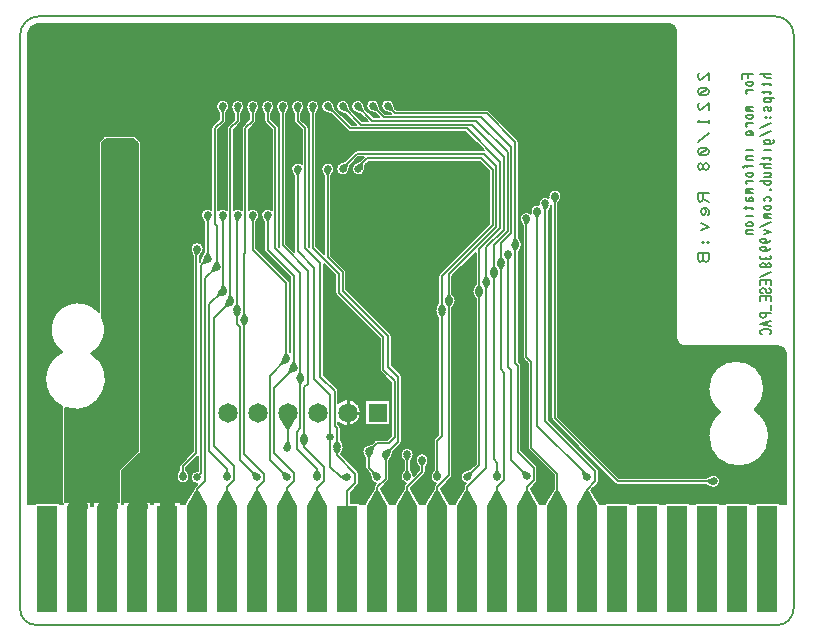
<source format=gbr>
G04 DesignSpark PCB PRO Gerber Version 10.0 Build 5299*
%FSLAX35Y35*%
%MOIN*%
%ADD17R,0.06693X0.35433*%
%ADD86R,0.06496X0.06496*%
%ADD13C,0.00500*%
%ADD84C,0.00602*%
%ADD11C,0.01000*%
%ADD16C,0.02677*%
%ADD14C,0.03200*%
%ADD85C,0.04800*%
%ADD10C,0.05000*%
%ADD87C,0.06496*%
X0Y0D02*
D02*
D10*
X155989Y49399D02*
X155142Y47933D01*
X156835D01*
X155989Y49399D01*
G36*
X155989Y49399D02*
X155142Y47933D01*
X156835D01*
X155989Y49399D01*
G37*
X165989Y30217D02*
Y57057D01*
X155989D01*
Y30217D01*
X165989Y49399D02*
X165142Y47933D01*
X166835D01*
X165989Y49399D01*
G36*
X165989Y49399D02*
X165142Y47933D01*
X166835D01*
X165989Y49399D01*
G37*
X175989Y30217D02*
Y59486D01*
X176000Y59498D01*
X175989Y49399D02*
X175142Y47933D01*
X176835D01*
X175989Y49399D01*
G36*
X175989Y49399D02*
X175142Y47933D01*
X176835D01*
X175989Y49399D01*
G37*
X185860Y59498D02*
Y30345D01*
X185989Y30217D01*
D02*
D11*
X155989Y47433D02*
Y49433D01*
X165989Y47433D02*
Y49433D01*
X175989Y47433D02*
Y49433D01*
X185989Y47433D02*
Y49433D01*
X246124Y76182D02*
Y74182D01*
Y81678D02*
Y83678D01*
X248872Y78930D02*
X250872D01*
D02*
D13*
X139497Y205288D02*
Y48583D01*
X141790D01*
Y48785D01*
X150187D01*
Y48583D01*
X151177D01*
G75*
G02*
X150999Y49183I925J601D01*
G01*
Y80523D01*
G75*
G02*
X151082Y80943I1102J0D01*
G01*
G75*
G02*
X151009Y99143I4355J9118D01*
G01*
G75*
G02*
X147144Y106596I5256J7454D01*
G01*
G75*
G02*
X163169Y112554I9120J0D01*
G01*
Y168676D01*
G75*
G02*
Y168678I367J1D01*
G01*
Y168679D01*
G75*
G02*
X163492Y169459I1103J0D01*
G01*
X164992Y170959D01*
G75*
G02*
X165774Y171281I780J-780D01*
G01*
X174770D01*
G75*
G02*
X175552Y170959I2J-1103D01*
G01*
X177052Y169459D01*
G75*
G02*
X177375Y168679I-780J-780D01*
G01*
Y168678D01*
G75*
G02*
Y168676I-364J-1D01*
G01*
Y66177D01*
G75*
G02*
Y66175I-367J-1D01*
G01*
Y66174D01*
G75*
G02*
X177052Y65394I-1103J0D01*
G01*
X171052Y59394D01*
Y49183D01*
G75*
G02*
X170874Y48583I-1103J0D01*
G01*
X171392D01*
Y49183D01*
X180585D01*
Y48583D01*
X181392D01*
Y49183D01*
X190585D01*
Y48583D01*
X191790D01*
Y48785D01*
X192104D01*
X194850Y53542D01*
G75*
G02*
X195174Y54174I1139J-185D01*
G01*
X196197Y55197D01*
G75*
G02*
X193778Y57376I-228J2179D01*
G01*
G75*
G02*
X196189Y59556I2191J0D01*
G01*
Y64369D01*
X192426Y60605D01*
Y59843D01*
X193170Y58554D01*
G75*
G02*
X193180Y58535I-1034J-594D01*
G01*
G75*
G02*
X193463Y57459I-1909J-1077D01*
G01*
G75*
G02*
X189081I-2191J0D01*
G01*
G75*
G02*
X189364Y58535I2191J0D01*
G01*
G75*
G02*
X189374Y58554I1044J-575D01*
G01*
X190119Y59843D01*
Y61083D01*
G75*
G02*
X190458Y61900I1154J0D01*
G01*
X194619Y66061D01*
Y131278D01*
X193976Y132683D01*
G75*
G02*
X193965Y132709I1033J476D01*
G01*
G75*
G02*
X193778Y133594I2004J885D01*
G01*
Y133594D01*
G75*
G02*
X198160I2191J0D01*
G01*
Y133594D01*
G75*
G02*
X197763Y132337I-2190J0D01*
G01*
G75*
G02*
X197754Y132324I-972J676D01*
G01*
X196926Y131160D01*
Y129317D01*
X196962Y129354D01*
X197340Y130765D01*
G75*
G02*
X197553Y131296I2124J-541D01*
G01*
G75*
G02*
X197566Y131320I1003J-546D01*
G01*
X198310Y132609D01*
Y142400D01*
X197566Y143689D01*
G75*
G02*
X197555Y143708I1034J594D01*
G01*
G75*
G02*
X200745Y146561I1908J1076D01*
G01*
Y173679D01*
G75*
G02*
X201084Y174496I1154J0D01*
G01*
X203369Y176780D01*
Y178718D01*
X202624Y180007D01*
G75*
G02*
X202614Y180026I1034J594D01*
G01*
G75*
G02*
X202331Y181102I1909J1077D01*
G01*
G75*
G02*
X206713I2191J0D01*
G01*
G75*
G02*
X206430Y180026I-2191J0D01*
G01*
G75*
G02*
X206420Y180007I-1044J575D01*
G01*
X205676Y178718D01*
Y176302D01*
G75*
G02*
X205336Y175485I-1154J0D01*
G01*
X203052Y173201D01*
Y146409D01*
G75*
G02*
X205923Y146469I1470J-1624D01*
G01*
Y173733D01*
G75*
G02*
X206262Y174550I1154J0D01*
G01*
X208369Y176657D01*
Y178630D01*
X207624Y179919D01*
G75*
G02*
X207614Y179937I1034J594D01*
G01*
G75*
G02*
X207331Y181014I1909J1077D01*
G01*
G75*
G02*
X211713I2191J0D01*
G01*
G75*
G02*
X211430Y179937I-2191J0D01*
G01*
G75*
G02*
X211420Y179919I-1044J575D01*
G01*
X210676Y178630D01*
Y176179D01*
G75*
G02*
X210336Y175362I-1154J0D01*
G01*
X208230Y173255D01*
Y146554D01*
G75*
G02*
X210854Y146524I1292J-1769D01*
G01*
Y173679D01*
G75*
G02*
X211193Y174496I1154J0D01*
G01*
X213369Y176671D01*
Y178630D01*
X212624Y179919D01*
G75*
G02*
X212614Y179937I1034J594D01*
G01*
G75*
G02*
X212331Y181014I1909J1077D01*
G01*
G75*
G02*
X216713I2191J0D01*
G01*
G75*
G02*
X216430Y179937I-2191J0D01*
G01*
G75*
G02*
X216420Y179919I-1044J575D01*
G01*
X215676Y178630D01*
Y176193D01*
G75*
G02*
X215336Y175376I-1154J0D01*
G01*
X213161Y173201D01*
Y146501D01*
G75*
G02*
X216430Y143708I1361J-1717D01*
G01*
G75*
G02*
X216420Y143689I-1044J575D01*
G01*
X215676Y142400D01*
Y133798D01*
X226586Y122887D01*
G75*
G02*
X226926Y122070I-814J-817D01*
G01*
Y99161D01*
X227015Y99007D01*
Y124054D01*
X218708Y132361D01*
G75*
G02*
X218369Y133178I814J817D01*
G01*
Y142400D01*
X217624Y143689D01*
G75*
G02*
X217614Y143708I1034J594D01*
G01*
G75*
G02*
X220963Y146435I1908J1076D01*
G01*
Y173201D01*
X218708Y175456D01*
G75*
G02*
X218369Y176273I814J817D01*
G01*
Y178630D01*
X217624Y179919D01*
G75*
G02*
X217614Y179937I1034J594D01*
G01*
G75*
G02*
X217331Y181014I1909J1077D01*
G01*
G75*
G02*
X221713I2191J0D01*
G01*
G75*
G02*
X221430Y179937I-2191J0D01*
G01*
G75*
G02*
X221420Y179919I-1044J575D01*
G01*
X220676Y178630D01*
Y176751D01*
X222931Y174496D01*
G75*
G02*
X223270Y173679I-814J-817D01*
G01*
Y134404D01*
X223410Y134265D01*
G75*
G02*
X223334Y134675I1078J411D01*
G01*
Y178630D01*
X222590Y179919D01*
G75*
G02*
X222580Y179937I1034J594D01*
G01*
G75*
G02*
X222297Y181014I1909J1077D01*
G01*
G75*
G02*
X226679I2191J0D01*
G01*
G75*
G02*
X226396Y179937I-2191J0D01*
G01*
G75*
G02*
X226385Y179919I-1044J575D01*
G01*
X225641Y178630D01*
Y135153D01*
X228424Y132371D01*
G75*
G02*
X228348Y132782I1078J412D01*
G01*
G75*
G02*
X228369Y133001I1153J0D01*
G01*
Y157794D01*
X227624Y159083D01*
G75*
G02*
X227614Y159102I1034J594D01*
G01*
G75*
G02*
X230822Y161942I1908J1076D01*
G01*
Y173201D01*
X228666Y175358D01*
G75*
G02*
X228326Y176175I814J817D01*
G01*
Y178630D01*
X227582Y179919D01*
G75*
G02*
X227572Y179937I1034J594D01*
G01*
G75*
G02*
X227289Y181014I1909J1077D01*
G01*
G75*
G02*
X231671I2191J0D01*
G01*
G75*
G02*
X231388Y179937I-2191J0D01*
G01*
G75*
G02*
X231378Y179919I-1044J575D01*
G01*
X230633Y178630D01*
Y176653D01*
X232790Y174496D01*
G75*
G02*
X233130Y173679I-814J-817D01*
G01*
Y134404D01*
X233369Y134165D01*
Y178630D01*
X232624Y179919D01*
G75*
G02*
X232614Y179937I1034J594D01*
G01*
G75*
G02*
X232331Y181014I1909J1077D01*
G01*
G75*
G02*
X236713I2191J0D01*
G01*
G75*
G02*
X236430Y179937I-2191J0D01*
G01*
G75*
G02*
X236420Y179919I-1044J575D01*
G01*
X235676Y178630D01*
Y134391D01*
X238369Y131698D01*
Y157794D01*
X237624Y159083D01*
G75*
G02*
X237614Y159102I1034J594D01*
G01*
G75*
G02*
X237331Y160179I1909J1077D01*
G01*
G75*
G02*
X241713I2191J0D01*
G01*
G75*
G02*
X241430Y159102I-2191J0D01*
G01*
G75*
G02*
X241420Y159083I-1044J575D01*
G01*
X240676Y157794D01*
Y131263D01*
X245395Y126543D01*
G75*
G02*
X245735Y125726I-814J-817D01*
G01*
Y120089D01*
X260496Y105326D01*
G75*
G02*
X260836Y104509I-814J-817D01*
G01*
Y94754D01*
X263866Y91723D01*
G75*
G02*
X264206Y90906I-814J-817D01*
G01*
Y69259D01*
G75*
G02*
X263866Y68443I-1154J0D01*
G01*
X261371Y65947D01*
X260986Y64510D01*
G75*
G02*
X260981Y64494I-1099J305D01*
G01*
G75*
G02*
X260778Y64001I-2118J585D01*
G01*
G75*
G02*
X260767Y63982I-302J157D01*
G01*
X260023Y62693D01*
Y56970D01*
G75*
G02*
X259684Y56153I-1154J0D01*
G01*
X257142Y53611D01*
Y53516D01*
X259874Y48785D01*
X260187D01*
Y48583D01*
X261790D01*
Y48785D01*
X262104D01*
X264835Y53516D01*
Y54214D01*
G75*
G02*
X265174Y55031I1154J0D01*
G01*
X265507Y55363D01*
G75*
G02*
X264080Y58577I481J2137D01*
G01*
G75*
G02*
X264091Y58596I1044J-575D01*
G01*
X264835Y59885D01*
Y62693D01*
X264091Y63982D01*
G75*
G02*
X264080Y64001I1034J594D01*
G01*
G75*
G02*
X263798Y65077I1909J1077D01*
G01*
G75*
G02*
X268180I2191J0D01*
G01*
G75*
G02*
X267897Y64001I-2191J0D01*
G01*
G75*
G02*
X267886Y63982I-1044J575D01*
G01*
X267142Y62693D01*
Y59885D01*
X267886Y58596D01*
G75*
G02*
X267897Y58577I-1034J-594D01*
G01*
G75*
G02*
X268126Y57982I-1909J-1077D01*
G01*
X269822Y59679D01*
Y60821D01*
X269078Y62110D01*
G75*
G02*
X269067Y62129I1034J594D01*
G01*
G75*
G02*
X268785Y63205I1909J1077D01*
G01*
G75*
G02*
X273167I2191J0D01*
G01*
G75*
G02*
X272884Y62129I-2191J0D01*
G01*
G75*
G02*
X272873Y62110I-1044J575D01*
G01*
X272129Y60821D01*
Y59201D01*
G75*
G02*
X271790Y58384I-1154J0D01*
G01*
X267142Y53736D01*
Y53516D01*
X269874Y48785D01*
X270187D01*
Y48583D01*
X271790D01*
Y48785D01*
X272104D01*
X274835Y53516D01*
Y54089D01*
G75*
G02*
X275174Y54906I1154J0D01*
G01*
X275611Y55343D01*
G75*
G02*
X274080Y58577I378J2158D01*
G01*
G75*
G02*
X274091Y58596I1044J-575D01*
G01*
X274835Y59885D01*
Y69570D01*
G75*
G02*
X275174Y70387I1154J0D01*
G01*
X276437Y71650D01*
Y110644D01*
X275693Y111933D01*
G75*
G02*
X275682Y111952I294J178D01*
G01*
G75*
G02*
X275399Y113028I1915J1078D01*
G01*
G75*
G02*
X275682Y114105I2191J0D01*
G01*
G75*
G02*
X275693Y114124I1044J-575D01*
G01*
X276437Y115413D01*
Y124502D01*
G75*
G02*
X276776Y125319I1154J0D01*
G01*
X293349Y141893D01*
Y159451D01*
X290274Y162525D01*
X253250D01*
X252079Y161354D01*
X251955Y159995D01*
G75*
G02*
X247581Y160179I-2183J183D01*
G01*
G75*
G02*
X248888Y162183I2191J0D01*
G01*
X250297Y162835D01*
X251487Y164025D01*
X249750D01*
X246931Y161206D01*
X246683Y159819D01*
G75*
G02*
X242331Y160179I-2161J359D01*
G01*
G75*
G02*
X243757Y162232I2191J0D01*
G01*
G75*
G02*
X243776Y162239I397J-1050D01*
G01*
X245225Y162763D01*
X248455Y165993D01*
G75*
G02*
X249272Y166332I817J-814D01*
G01*
X291606D01*
X285413Y172525D01*
X247022D01*
G75*
G02*
X246205Y172865I0J1154D01*
G01*
X240496Y178573D01*
X239111Y178862D01*
G75*
G02*
X237331Y181014I411J2152D01*
G01*
G75*
G02*
X241610Y181678I2191J0D01*
G01*
X242080Y180252D01*
X247500Y174832D01*
X249037D01*
X245369Y178500D01*
X243952Y178898D01*
G75*
G02*
X242331Y181014I570J2116D01*
G01*
G75*
G02*
X246650Y181537I2191J0D01*
G01*
X247011Y180121D01*
X251050Y176082D01*
X252822D01*
X250392Y178513D01*
X248982Y178891D01*
G75*
G02*
X247331Y181014I540J2123D01*
G01*
G75*
G02*
X251645Y181554I2191J0D01*
G01*
X252023Y180144D01*
X254835Y177332D01*
X256737D01*
X255361Y178709D01*
X253956Y179110D01*
G75*
G02*
X252331Y181227I566J2117D01*
G01*
G75*
G02*
X256649Y181754I2191J0D01*
G01*
X257006Y180326D01*
X258750Y178582D01*
X260487D01*
X260361Y178709D01*
X258956Y179110D01*
G75*
G02*
X257331Y181227I566J2117D01*
G01*
G75*
G02*
X261649Y181754I2191J0D01*
G01*
X262006Y180326D01*
X262500Y179832D01*
X292506D01*
G75*
G02*
X293322Y179493I0J-1154D01*
G01*
X302866Y169950D01*
G75*
G02*
X303205Y169133I-814J-817D01*
G01*
Y137313D01*
X303949Y136024D01*
G75*
G02*
X303960Y136005I-1034J-594D01*
G01*
G75*
G02*
X304243Y134929I-1909J-1077D01*
G01*
G75*
G02*
X303960Y133852I-2198J2D01*
G01*
G75*
G02*
X303949Y133833I-302J157D01*
G01*
X303205Y132544D01*
Y95882D01*
X303739Y95348D01*
G75*
G02*
X304079Y94531I-814J-817D01*
G01*
Y66465D01*
X309106Y61438D01*
G75*
G02*
X309445Y60621I-814J-817D01*
G01*
Y56392D01*
G75*
G02*
X309106Y55575I-1154J0D01*
G01*
X307142Y53611D01*
Y53516D01*
X309874Y48785D01*
X310187D01*
Y48583D01*
X311790D01*
Y48785D01*
X312104D01*
X314835Y53516D01*
Y58105D01*
X306479Y66461D01*
G75*
G02*
X306140Y67278I814J817D01*
G01*
Y95426D01*
X304958Y96608D01*
G75*
G02*
X304619Y97425I814J817D01*
G01*
Y141294D01*
X303874Y142583D01*
G75*
G02*
X303864Y142602I1034J594D01*
G01*
G75*
G02*
X307312Y145237I1908J1076D01*
G01*
G75*
G02*
X309880Y148289I1978J941D01*
G01*
G75*
G02*
X313173Y150552I2156J390D01*
G01*
G75*
G02*
X313081Y151179I2100J628D01*
G01*
G75*
G02*
X317463I2191J0D01*
G01*
G75*
G02*
X317180Y150102I-2191J0D01*
G01*
G75*
G02*
X317170Y150083I-1044J575D01*
G01*
X316426Y148794D01*
Y77564D01*
X336750Y57239D01*
X365752D01*
X367041Y57983D01*
G75*
G02*
X367060Y57994I594J-1034D01*
G01*
G75*
G02*
X370327Y56086I1076J-1908D01*
G01*
G75*
G02*
X367060Y54178I-2191J0D01*
G01*
G75*
G02*
X367041Y54188I575J1044D01*
G01*
X365752Y54932D01*
X336272D01*
G75*
G02*
X335455Y55272I0J1154D01*
G01*
X314458Y76269D01*
G75*
G02*
X314119Y77086I814J817D01*
G01*
Y147999D01*
G75*
G02*
X313944Y147602I-2084J680D01*
G01*
G75*
G02*
X313933Y147583I-1044J575D01*
G01*
X313189Y146294D01*
Y76561D01*
X329586Y60163D01*
G75*
G02*
X329926Y59346I-814J-817D01*
G01*
Y55999D01*
G75*
G02*
X329586Y55182I-1154J0D01*
G01*
X327427Y53022D01*
X329874Y48785D01*
X330187D01*
Y48583D01*
X331790D01*
Y48785D01*
X340187D01*
Y48583D01*
X341790D01*
Y48785D01*
X350187D01*
Y48583D01*
X351790D01*
Y48785D01*
X360187D01*
Y48583D01*
X361790D01*
Y48785D01*
X370187D01*
Y48583D01*
X371790D01*
Y48785D01*
X380187D01*
Y48583D01*
X381790D01*
Y48785D01*
X390187D01*
Y48583D01*
X392348D01*
Y98583D01*
G75*
G03*
X389848Y101083I-2500J0D01*
G01*
X358272D01*
G75*
G02*
X355772Y103583I0J2500D01*
G01*
Y206083D01*
G75*
G03*
X353272Y208583I-2500J0D01*
G01*
X142764D01*
G75*
G03*
X139497Y205288I487J-3750D01*
G01*
X381754Y79817D02*
G75*
G02*
X386644Y71161I-5215J-8655D01*
G01*
G75*
G02*
X366435I-10104J0D01*
G01*
G75*
G02*
X370448Y79223I10104J0D01*
G01*
G75*
G02*
X366396Y86909I5265J7687D01*
G01*
G75*
G02*
X385030I9317J0D01*
G01*
G75*
G02*
X381754Y79817I-9317J0D01*
G01*
X139747Y78642D02*
G36*
X139747Y78642D02*
Y48833D01*
X151056D01*
G75*
G02*
X150999Y49182I1042J350D01*
G01*
G75*
G02*
Y49183I1157J0D01*
G01*
Y78642D01*
X139747D01*
G37*
X171052Y59394D02*
G36*
X171052Y59394D02*
Y49183D01*
G75*
G02*
Y49182I-1157J0D01*
G01*
G75*
G02*
X170994Y48833I-1099J0D01*
G01*
X171392D01*
Y49183D01*
X180585D01*
Y48833D01*
X181392D01*
Y49183D01*
X190585D01*
Y48833D01*
X192131D01*
X194850Y53542D01*
G75*
G02*
X195174Y54174I1138J-185D01*
G01*
X196197Y55197D01*
G75*
G02*
X193778Y57376I-228J2179D01*
G01*
Y57376D01*
G75*
G02*
X196189Y59556I2191J0D01*
G01*
Y64369D01*
X192426Y60605D01*
Y59843D01*
X193170Y58554D01*
G75*
G02*
X193180Y58535I-293J-177D01*
G01*
G75*
G02*
X193463Y57459I-1915J-1078D01*
G01*
G75*
G02*
X189081I-2191J0D01*
G01*
G75*
G02*
X189364Y58535I2198J-2D01*
G01*
G75*
G02*
X189374Y58554I304J-158D01*
G01*
X190119Y59843D01*
Y61083D01*
G75*
G02*
X190458Y61900I1154J0D01*
G01*
X194619Y66061D01*
Y78642D01*
X177375D01*
Y66177D01*
Y66175D01*
Y66174D01*
G75*
G02*
X177052Y65394I-1103J0D01*
G01*
X171052Y59394D01*
G37*
X257142Y53611D02*
G36*
X257142Y53611D02*
Y53516D01*
X259846Y48833D01*
X262131D01*
X264835Y53516D01*
Y54214D01*
G75*
G02*
X265174Y55031I1154J0D01*
G01*
X265507Y55363D01*
G75*
G02*
X263798Y57501I481J2137D01*
G01*
G75*
G02*
X264080Y58577I2191J0D01*
G01*
G75*
G02*
X264091Y58596I304J-158D01*
G01*
X264835Y59885D01*
Y62693D01*
X264091Y63982D01*
G75*
G02*
X264080Y64001I293J177D01*
G01*
G75*
G02*
X263798Y65077I1915J1078D01*
G01*
G75*
G02*
X268180I2191J0D01*
G01*
G75*
G02*
X267897Y64001I-2198J2D01*
G01*
G75*
G02*
X267886Y63982I-304J158D01*
G01*
X267142Y62693D01*
Y59885D01*
X267886Y58596D01*
G75*
G02*
X267897Y58577I-293J-177D01*
G01*
G75*
G02*
X268126Y57982I-1914J-1079D01*
G01*
X269822Y59679D01*
Y60821D01*
X269078Y62110D01*
G75*
G02*
X269067Y62129I293J177D01*
G01*
G75*
G02*
X268785Y63205I1915J1078D01*
G01*
G75*
G02*
X273167I2191J0D01*
G01*
G75*
G02*
X272884Y62129I-2198J2D01*
G01*
G75*
G02*
X272873Y62110I-304J158D01*
G01*
X272129Y60821D01*
Y59201D01*
G75*
G02*
X271790Y58384I-1154J0D01*
G01*
X267142Y53736D01*
Y53516D01*
X269846Y48833D01*
X272131D01*
X274835Y53516D01*
Y54089D01*
G75*
G02*
X275174Y54906I1154J0D01*
G01*
X275611Y55343D01*
G75*
G02*
X273798Y57501I378J2158D01*
G01*
G75*
G02*
X274080Y58577I2191J0D01*
G01*
G75*
G02*
X274091Y58596I304J-158D01*
G01*
X274835Y59885D01*
Y69570D01*
G75*
G02*
X275174Y70387I1154J0D01*
G01*
X276437Y71650D01*
Y78642D01*
X264206D01*
Y69259D01*
G75*
G02*
X263866Y68443I-1154J0D01*
G01*
X261371Y65947D01*
X260986Y64510D01*
X260981Y64494D01*
G75*
G02*
X260778Y64001I-2118J585D01*
G01*
G75*
G02*
X260767Y63982I-304J158D01*
G01*
X260023Y62693D01*
Y56970D01*
G75*
G02*
X259684Y56153I-1154J0D01*
G01*
X257142Y53611D01*
G37*
X304079Y78642D02*
G36*
X304079Y78642D02*
Y66465D01*
X309106Y61438D01*
G75*
G02*
X309445Y60621I-814J-817D01*
G01*
Y56392D01*
G75*
G02*
X309106Y55575I-1154J0D01*
G01*
X307142Y53611D01*
Y53516D01*
X309846Y48833D01*
X312131D01*
X314835Y53516D01*
Y58105D01*
X306479Y66461D01*
G75*
G02*
X306140Y67278I814J817D01*
G01*
Y78642D01*
X304079D01*
G37*
X313189D02*
G36*
X313189Y78642D02*
Y76561D01*
X329586Y60163D01*
G75*
G02*
X329926Y59346I-814J-817D01*
G01*
Y55999D01*
G75*
G02*
X329586Y55182I-1154J0D01*
G01*
X327427Y53022D01*
X329846Y48833D01*
X392098D01*
Y78642D01*
X383333D01*
G75*
G02*
X386644Y71161I-6793J-7480D01*
G01*
G75*
G02*
X366435I-10104J0D01*
G01*
G75*
G02*
X369747Y78642I10105J0D01*
G01*
X316426D01*
Y77564D01*
X336750Y57239D01*
X365752D01*
X367041Y57983D01*
G75*
G02*
X367060Y57994I177J-293D01*
G01*
G75*
G02*
X370327Y56086I1076J-1909D01*
G01*
G75*
G02*
X367060Y54178I-2191J0D01*
G01*
G75*
G02*
X367041Y54188I158J304D01*
G01*
X365752Y54932D01*
X336272D01*
G75*
G02*
X335455Y55272I0J1154D01*
G01*
X314458Y76269D01*
G75*
G02*
X314119Y77086I814J817D01*
G01*
Y78642D01*
X313189D01*
G37*
X139747Y206254D02*
G36*
X139747Y206254D02*
Y78642D01*
X150999D01*
Y80523D01*
G75*
G02*
Y80524I1147J1D01*
G01*
G75*
G02*
X151082Y80943I1098J0D01*
G01*
G75*
G02*
X145333Y90061I4355J9118D01*
G01*
G75*
G02*
X151009Y99143I10104J0D01*
G01*
G75*
G02*
X147144Y106596I5256J7454D01*
G01*
G75*
G02*
X163169Y112554I9120J0D01*
G01*
Y168676D01*
Y168678D01*
Y168679D01*
G75*
G02*
X163492Y169459I1103J0D01*
G01*
X164992Y170959D01*
G75*
G02*
X165774Y171281I780J-781D01*
G01*
X174770D01*
G75*
G02*
X175552Y170959I2J-1104D01*
G01*
X177052Y169459D01*
G75*
G02*
X177375Y168679I-780J-780D01*
G01*
Y168678D01*
Y168676D01*
Y78642D01*
X194619D01*
Y131278D01*
X193976Y132683D01*
G75*
G02*
X193965Y132709I339J167D01*
G01*
G75*
G02*
X193778Y133594I2008J885D01*
G01*
Y133594D01*
G75*
G02*
X198160I2191J0D01*
G01*
Y133594D01*
G75*
G02*
X197763Y132337I-2193J1D01*
G01*
X197754Y132324D01*
X196926Y131160D01*
Y129317D01*
X196962Y129354D01*
X197340Y130765D01*
G75*
G02*
X197553Y131296I2141J-547D01*
G01*
G75*
G02*
X197566Y131320I295J-150D01*
G01*
X198310Y132609D01*
Y142400D01*
X197566Y143689D01*
G75*
G02*
X197555Y143708I293J177D01*
G01*
G75*
G02*
X197272Y144784I1908J1076D01*
G01*
G75*
G02*
X200745Y146561I2191J0D01*
G01*
Y173679D01*
G75*
G02*
X201084Y174496I1154J0D01*
G01*
X203369Y176780D01*
Y178718D01*
X202624Y180007D01*
G75*
G02*
X202614Y180026I293J177D01*
G01*
G75*
G02*
X202331Y181102I1915J1078D01*
G01*
G75*
G02*
X206713I2191J0D01*
G01*
G75*
G02*
X206430Y180026I-2198J2D01*
G01*
G75*
G02*
X206420Y180007I-304J158D01*
G01*
X205676Y178718D01*
Y176302D01*
G75*
G02*
X205336Y175485I-1154J0D01*
G01*
X203052Y173201D01*
Y146409D01*
G75*
G02*
X205923Y146469I1470J-1624D01*
G01*
Y173733D01*
G75*
G02*
X206262Y174550I1154J0D01*
G01*
X208369Y176657D01*
Y178630D01*
X207624Y179919D01*
G75*
G02*
X207614Y179937I293J177D01*
G01*
G75*
G02*
X207331Y181014I1915J1078D01*
G01*
G75*
G02*
X211713I2191J0D01*
G01*
G75*
G02*
X211430Y179937I-2198J2D01*
G01*
G75*
G02*
X211420Y179919I-304J158D01*
G01*
X210676Y178630D01*
Y176179D01*
G75*
G02*
X210336Y175362I-1154J0D01*
G01*
X208230Y173255D01*
Y146554D01*
G75*
G02*
X210854Y146524I1292J-1769D01*
G01*
Y173679D01*
G75*
G02*
X211193Y174496I1154J0D01*
G01*
X213369Y176671D01*
Y178630D01*
X212624Y179919D01*
G75*
G02*
X212614Y179937I293J177D01*
G01*
G75*
G02*
X212331Y181014I1915J1078D01*
G01*
G75*
G02*
X216713I2191J0D01*
G01*
G75*
G02*
X216430Y179937I-2198J2D01*
G01*
G75*
G02*
X216420Y179919I-304J158D01*
G01*
X215676Y178630D01*
Y176193D01*
G75*
G02*
X215336Y175376I-1154J0D01*
G01*
X213161Y173201D01*
Y146501D01*
G75*
G02*
X216713Y144784I1361J-1717D01*
G01*
G75*
G02*
X216430Y143708I-2191J0D01*
G01*
G75*
G02*
X216420Y143689I-304J158D01*
G01*
X215676Y142400D01*
Y133798D01*
X226586Y122887D01*
G75*
G02*
X226926Y122070I-814J-817D01*
G01*
Y99161D01*
X227015Y99007D01*
Y124054D01*
X218708Y132361D01*
G75*
G02*
X218369Y133178I814J817D01*
G01*
Y142400D01*
X217624Y143689D01*
G75*
G02*
X217614Y143708I293J177D01*
G01*
G75*
G02*
X217331Y144784I1908J1076D01*
G01*
G75*
G02*
X220963Y146435I2191J0D01*
G01*
Y173201D01*
X218708Y175456D01*
G75*
G02*
X218369Y176273I814J817D01*
G01*
Y178630D01*
X217624Y179919D01*
G75*
G02*
X217614Y179937I293J177D01*
G01*
G75*
G02*
X217331Y181014I1915J1078D01*
G01*
G75*
G02*
X221713I2191J0D01*
G01*
G75*
G02*
X221430Y179937I-2198J2D01*
G01*
G75*
G02*
X221420Y179919I-304J158D01*
G01*
X220676Y178630D01*
Y176751D01*
X222931Y174496D01*
G75*
G02*
X223270Y173679I-814J-817D01*
G01*
Y134404D01*
X223410Y134265D01*
G75*
G02*
X223334Y134674I1069J409D01*
G01*
G75*
G02*
Y134675I1219J1D01*
G01*
Y178630D01*
X222590Y179919D01*
G75*
G02*
X222580Y179937I293J177D01*
G01*
G75*
G02*
X222297Y181014I1915J1078D01*
G01*
G75*
G02*
X226679I2191J0D01*
G01*
G75*
G02*
X226396Y179937I-2198J2D01*
G01*
G75*
G02*
X226385Y179919I-304J158D01*
G01*
X225641Y178630D01*
Y135153D01*
X228424Y132371D01*
G75*
G02*
X228348Y132782I1085J413D01*
G01*
G75*
G02*
Y132785I1100J1D01*
G01*
G75*
G02*
X228369Y133001I1130J0D01*
G01*
Y157794D01*
X227624Y159083D01*
G75*
G02*
X227614Y159102I293J177D01*
G01*
G75*
G02*
X227331Y160179I1909J1076D01*
G01*
G75*
G02*
X230822Y161942I2191J0D01*
G01*
Y173201D01*
X228666Y175358D01*
G75*
G02*
X228326Y176175I814J817D01*
G01*
Y178630D01*
X227582Y179919D01*
G75*
G02*
X227572Y179937I293J177D01*
G01*
G75*
G02*
X227289Y181014I1915J1078D01*
G01*
G75*
G02*
X231671I2191J0D01*
G01*
G75*
G02*
X231388Y179937I-2198J2D01*
G01*
G75*
G02*
X231378Y179919I-304J158D01*
G01*
X230633Y178630D01*
Y176653D01*
X232790Y174496D01*
G75*
G02*
X233130Y173679I-814J-817D01*
G01*
Y134404D01*
X233369Y134165D01*
Y178630D01*
X232624Y179919D01*
G75*
G02*
X232614Y179937I293J177D01*
G01*
G75*
G02*
X232331Y181014I1915J1078D01*
G01*
G75*
G02*
X236713I2191J0D01*
G01*
G75*
G02*
X236430Y179937I-2198J2D01*
G01*
G75*
G02*
X236420Y179919I-304J158D01*
G01*
X235676Y178630D01*
Y134391D01*
X238369Y131698D01*
Y157794D01*
X237624Y159083D01*
G75*
G02*
X237614Y159102I293J177D01*
G01*
G75*
G02*
X237331Y160179I1915J1078D01*
G01*
G75*
G02*
X241713I2191J0D01*
G01*
G75*
G02*
X241430Y159102I-2198J2D01*
G01*
G75*
G02*
X241420Y159083I-304J158D01*
G01*
X240676Y157794D01*
Y131263D01*
X245395Y126543D01*
G75*
G02*
X245735Y125726I-814J-817D01*
G01*
Y120089D01*
X260496Y105326D01*
G75*
G02*
X260836Y104509I-814J-817D01*
G01*
Y94754D01*
X263866Y91723D01*
G75*
G02*
X264206Y90906I-814J-817D01*
G01*
Y78642D01*
X276437D01*
Y110644D01*
X275693Y111933D01*
G75*
G02*
X275682Y111952I293J177D01*
G01*
G75*
G02*
X275399Y113028I1915J1078D01*
G01*
G75*
G02*
X275682Y114105I2198J-2D01*
G01*
G75*
G02*
X275693Y114124I304J-158D01*
G01*
X276437Y115413D01*
Y124502D01*
G75*
G02*
X276776Y125319I1154J0D01*
G01*
X293349Y141893D01*
Y159451D01*
X290274Y162525D01*
X253250D01*
X252079Y161354D01*
X251955Y159995D01*
G75*
G02*
X247581Y160179I-2183J183D01*
G01*
G75*
G02*
X248888Y162183I2191J0D01*
G01*
X250297Y162835D01*
X251487Y164025D01*
X249750D01*
X246931Y161206D01*
X246683Y159819D01*
G75*
G02*
X242331Y160179I-2161J359D01*
G01*
Y160179D01*
G75*
G02*
X243757Y162232I2191J0D01*
G01*
G75*
G02*
X243776Y162239I278J-726D01*
G01*
X245225Y162763D01*
X248455Y165993D01*
G75*
G02*
X249272Y166332I817J-814D01*
G01*
X291606D01*
X285413Y172525D01*
X247022D01*
G75*
G02*
X246205Y172865I0J1154D01*
G01*
X240496Y178573D01*
X239111Y178862D01*
G75*
G02*
X237331Y181014I411J2152D01*
G01*
G75*
G02*
X241610Y181678I2191J0D01*
G01*
X242080Y180252D01*
X247500Y174832D01*
X249037D01*
X245369Y178500D01*
X243952Y178898D01*
G75*
G02*
X242331Y181014I570J2116D01*
G01*
G75*
G02*
X246650Y181537I2191J0D01*
G01*
X247011Y180121D01*
X251050Y176082D01*
X252822D01*
X250392Y178513D01*
X248982Y178891D01*
G75*
G02*
X247331Y181014I540J2123D01*
G01*
G75*
G02*
X251645Y181554I2191J0D01*
G01*
X252023Y180144D01*
X254835Y177332D01*
X256737D01*
X255361Y178709D01*
X253956Y179110D01*
G75*
G02*
X252331Y181227I566J2117D01*
G01*
G75*
G02*
X256649Y181754I2191J0D01*
G01*
X257006Y180326D01*
X258750Y178582D01*
X260487D01*
X260361Y178709D01*
X258956Y179110D01*
G75*
G02*
X257331Y181227I566J2117D01*
G01*
G75*
G02*
X261649Y181754I2191J0D01*
G01*
X262006Y180326D01*
X262500Y179832D01*
X292506D01*
G75*
G02*
X293322Y179493I0J-1154D01*
G01*
X302866Y169950D01*
G75*
G02*
X303205Y169133I-814J-817D01*
G01*
Y137313D01*
X303949Y136024D01*
G75*
G02*
X303960Y136005I-293J-177D01*
G01*
G75*
G02*
X304243Y134929I-1915J-1078D01*
G01*
G75*
G02*
X303960Y133852I-2198J2D01*
G01*
G75*
G02*
X303949Y133833I-304J158D01*
G01*
X303205Y132544D01*
Y95882D01*
X303739Y95348D01*
G75*
G02*
X304079Y94531I-814J-817D01*
G01*
Y78642D01*
X306140D01*
Y95426D01*
X304958Y96608D01*
G75*
G02*
X304619Y97425I814J817D01*
G01*
Y141294D01*
X303874Y142583D01*
G75*
G02*
X303864Y142602I293J177D01*
G01*
G75*
G02*
X303581Y143679I1908J1076D01*
G01*
G75*
G02*
X307312Y145237I2191J0D01*
G01*
G75*
G02*
X307099Y146179I1978J941D01*
G01*
G75*
G02*
X309880Y148289I2191J0D01*
G01*
G75*
G02*
X309845Y148679I2156J390D01*
G01*
G75*
G02*
X313173Y150552I2191J0D01*
G01*
G75*
G02*
X313081Y151179I2114J630D01*
G01*
G75*
G02*
X317463I2191J0D01*
G01*
G75*
G02*
X317180Y150102I-2198J2D01*
G01*
G75*
G02*
X317170Y150083I-304J158D01*
G01*
X316426Y148794D01*
Y78642D01*
X369747D01*
G75*
G02*
X370448Y79223I6793J-7480D01*
G01*
G75*
G02*
X366396Y86909I5267J7687D01*
G01*
G75*
G02*
X385030I9317J0D01*
G01*
G75*
G02*
X381754Y79817I-9318J1D01*
G01*
G75*
G02*
X383333Y78642I-5215J-8656D01*
G01*
X392098D01*
Y99672D01*
G75*
G03*
X389848Y101083I-2250J-1090D01*
G01*
X358272D01*
G75*
G02*
X355772Y103583I0J2500D01*
G01*
Y206083D01*
G75*
G03*
X354362Y208333I-2500J0D01*
G01*
X141819D01*
G75*
G03*
X139747Y206254I1432J-3500D01*
G01*
G37*
X313189Y146294D02*
G36*
X313189Y146294D02*
Y78642D01*
X314119D01*
Y147999D01*
G75*
G02*
X313944Y147602I-2128J700D01*
G01*
G75*
G02*
X313933Y147583I-304J158D01*
G01*
X313189Y146294D01*
G37*
X142281Y8169D02*
G75*
G02*
X137001Y13449I0J5280D01*
G01*
Y204833D01*
G75*
G02*
X143251Y211083I6250J0D01*
G01*
X388594D01*
G75*
G02*
X394844Y204833I0J-6250D01*
G01*
Y13667D01*
G75*
G02*
X389347Y8169I-5497J0D01*
G01*
X142281D01*
X152102Y80523D02*
Y49183D01*
X160585D01*
Y47974D01*
X161392D01*
Y49183D01*
X169949D01*
Y59851D01*
X176272Y66174D01*
Y168679D01*
X174772Y170179D01*
X165772D01*
X164272Y168679D01*
Y111179D01*
X164194Y111101D01*
G75*
G02*
X160750Y98656I-7930J-4505D01*
G01*
G75*
G02*
X152102Y80523I-5313J-8595D01*
G01*
G36*
X152102Y80523D02*
Y49183D01*
X160585D01*
Y47974D01*
X161392D01*
Y49183D01*
X169949D01*
Y59851D01*
X176272Y66174D01*
Y168679D01*
X174772Y170179D01*
X165772D01*
X164272Y168679D01*
Y111179D01*
X164194Y111101D01*
G75*
G02*
X160750Y98656I-7930J-4505D01*
G01*
G75*
G02*
X152102Y80523I-5313J-8595D01*
G01*
G37*
X238246Y128557D02*
Y91472D01*
X242650Y87069D01*
G75*
G02*
X242989Y86252I-814J-817D01*
G01*
Y82156D01*
G75*
G02*
X250622Y78930I3135J-3226D01*
G01*
G75*
G02*
X242989Y75705I-4498J0D01*
G01*
Y74998D01*
X243459Y74527D01*
G75*
G02*
X243799Y73710I-814J-817D01*
G01*
Y69717D01*
X244543Y68428D01*
G75*
G02*
X244554Y68409I-294J-178D01*
G01*
G75*
G02*
X244836Y67333I-1915J-1078D01*
G01*
G75*
G02*
X244554Y66256I-2191J0D01*
G01*
G75*
G02*
X244543Y66237I-1044J575D01*
G01*
X243886Y65100D01*
X249586Y59400D01*
G75*
G02*
X249926Y58583I-814J-817D01*
G01*
Y55583D01*
G75*
G02*
X249586Y54766I-1154J0D01*
G01*
X247142Y52321D01*
Y48785D01*
X250187D01*
Y48583D01*
X251790D01*
Y48785D01*
X252104D01*
X254835Y53516D01*
Y54089D01*
G75*
G02*
X255174Y54906I1154J0D01*
G01*
X255611Y55343D01*
G75*
G02*
X253812Y57254I378J2158D01*
G01*
X253634Y58609D01*
X252458Y59785D01*
G75*
G02*
X252119Y60602I814J817D01*
G01*
Y63698D01*
X251374Y64987D01*
G75*
G02*
X251364Y65006I294J178D01*
G01*
G75*
G02*
X251081Y66083I1915J1078D01*
G01*
G75*
G02*
X252775Y68217I2191J0D01*
G01*
X254180Y68563D01*
X255246Y69630D01*
G75*
G02*
X256063Y69969I817J-814D01*
G01*
X259454D01*
X260650Y71166D01*
Y88930D01*
X257246Y92335D01*
G75*
G02*
X256906Y93152I814J817D01*
G01*
Y103532D01*
X242394Y118045D01*
G75*
G02*
X242055Y118862I814J817D01*
G01*
Y124749D01*
X238246Y128557D01*
X252024Y83031D02*
X260225D01*
Y74831D01*
X252024D01*
Y83031D01*
X242989Y75705D02*
G36*
X242989Y75705D02*
Y74998D01*
X243459Y74527D01*
G75*
G02*
X243799Y73710I-814J-817D01*
G01*
Y69717D01*
X244543Y68428D01*
G75*
G02*
X244554Y68409I-293J-177D01*
G01*
G75*
G02*
X244836Y67333I-1915J-1078D01*
G01*
G75*
G02*
X244554Y66256I-2198J2D01*
G01*
G75*
G02*
X244543Y66237I-304J158D01*
G01*
X243886Y65100D01*
X249586Y59400D01*
G75*
G02*
X249926Y58583I-814J-817D01*
G01*
Y55583D01*
G75*
G02*
X249586Y54766I-1154J0D01*
G01*
X247142Y52321D01*
Y48833D01*
X252131D01*
X254835Y53516D01*
Y54089D01*
G75*
G02*
X255174Y54906I1154J0D01*
G01*
X255611Y55343D01*
G75*
G02*
X253812Y57254I377J2158D01*
G01*
X253634Y58609D01*
X252458Y59785D01*
G75*
G02*
X252119Y60602I814J817D01*
G01*
Y63698D01*
X251374Y64987D01*
G75*
G02*
X251364Y65006I293J177D01*
G01*
G75*
G02*
X251081Y66083I1915J1078D01*
G01*
Y66083D01*
G75*
G02*
X252775Y68217I2191J0D01*
G01*
X254180Y68563D01*
X255246Y69630D01*
G75*
G02*
X256063Y69969I817J-814D01*
G01*
X259454D01*
X260400Y70916D01*
Y78931D01*
X260225D01*
Y74831D01*
X252024D01*
Y78931D01*
X250622D01*
G75*
G02*
Y78930I-4511J0D01*
G01*
G75*
G02*
X242989Y75705I-4498J0D01*
G01*
G37*
X238496Y128307D02*
G36*
X238496Y128307D02*
Y91222D01*
X242650Y87069D01*
G75*
G02*
X242989Y86252I-814J-817D01*
G01*
Y82156D01*
G75*
G02*
X250622Y78931I3135J-3226D01*
G01*
X252024D01*
Y83031D01*
X260225D01*
Y78931D01*
X260400D01*
Y89180D01*
X257246Y92335D01*
G75*
G02*
X256906Y93152I814J817D01*
G01*
Y103532D01*
X242394Y118045D01*
G75*
G02*
X242055Y118862I814J817D01*
G01*
Y124749D01*
X238496Y128307D01*
G37*
X277142Y53611D02*
Y53516D01*
X279874Y48785D01*
X280187D01*
Y48583D01*
X281790D01*
Y48785D01*
X282104D01*
X284835Y53516D01*
Y54214D01*
G75*
G02*
X285174Y55031I1154J0D01*
G01*
X285507Y55363D01*
G75*
G02*
X285448Y59624I481J2137D01*
G01*
X286858Y60002D01*
X288792Y61936D01*
Y116943D01*
X288048Y118232D01*
G75*
G02*
X288037Y118251I294J178D01*
G01*
G75*
G02*
X287755Y119328I1915J1078D01*
G01*
G75*
G02*
X288037Y120404I2191J0D01*
G01*
G75*
G02*
X288048Y120423I1044J-575D01*
G01*
X288792Y121712D01*
Y132326D01*
X281115Y124648D01*
Y118631D01*
X281859Y117342D01*
G75*
G02*
X281870Y117323I-1034J-594D01*
G01*
G75*
G02*
X282152Y116246I-1909J-1077D01*
G01*
G75*
G02*
X281870Y115170I-2198J2D01*
G01*
G75*
G02*
X281859Y115151I-302J157D01*
G01*
X281115Y113862D01*
Y58062D01*
G75*
G02*
X280776Y57245I-1154J0D01*
G01*
X277142Y53611D01*
G36*
X277142Y53611D02*
Y53516D01*
X279874Y48785D01*
X280187D01*
Y48583D01*
X281790D01*
Y48785D01*
X282104D01*
X284835Y53516D01*
Y54214D01*
G75*
G02*
X285174Y55031I1154J0D01*
G01*
X285507Y55363D01*
G75*
G02*
X285448Y59624I481J2137D01*
G01*
X286858Y60002D01*
X288792Y61936D01*
Y116943D01*
X288048Y118232D01*
G75*
G02*
X288037Y118251I294J178D01*
G01*
G75*
G02*
X287755Y119328I1915J1078D01*
G01*
G75*
G02*
X288037Y120404I2191J0D01*
G01*
G75*
G02*
X288048Y120423I1044J-575D01*
G01*
X288792Y121712D01*
Y132326D01*
X281115Y124648D01*
Y118631D01*
X281859Y117342D01*
G75*
G02*
X281870Y117323I-1034J-594D01*
G01*
G75*
G02*
X282152Y116246I-1909J-1077D01*
G01*
G75*
G02*
X281870Y115170I-2198J2D01*
G01*
G75*
G02*
X281859Y115151I-302J157D01*
G01*
X281115Y113862D01*
Y58062D01*
G75*
G02*
X280776Y57245I-1154J0D01*
G01*
X277142Y53611D01*
G37*
D02*
D14*
X142022Y59833D03*
Y86083D03*
Y111083D03*
Y136083D03*
Y161083D03*
Y186083D03*
Y206083D03*
X165772Y186083D03*
Y206083D03*
X167272Y166750D03*
X172272Y138679D03*
X172445Y108716D03*
Y118700D03*
Y166750D03*
X180931Y90781D03*
X184052Y134800D03*
X190772Y186083D03*
Y206083D03*
X190791Y118363D03*
X190916Y90781D03*
Y108628D03*
X215772Y171083D03*
Y206083D03*
X228272Y171083D03*
X240772Y206083D03*
X243272Y171083D03*
X247826Y102762D03*
Y122487D03*
X260772Y171083D03*
X262489Y99148D03*
Y104833D03*
X265772Y206083D03*
X273272Y102333D03*
X281772Y150562D03*
X285772Y66083D03*
Y91156D03*
X290758Y150562D03*
Y159048D03*
X290772Y206083D03*
X315772Y156083D03*
Y181083D03*
Y206083D03*
X320772Y81083D03*
Y106083D03*
Y131083D03*
X335772Y66083D03*
Y206083D03*
X353272Y106083D03*
Y131083D03*
Y156083D03*
Y181083D03*
Y206083D03*
X360772Y66083D03*
Y98583D03*
X387980Y66082D03*
X389522Y98583D03*
D02*
D16*
X191272Y57459D03*
X195969Y57376D03*
Y133594D03*
X199463Y130224D03*
Y144784D03*
X202459Y127479D03*
X204522Y144784D03*
Y181102D03*
X204705Y119328D03*
X205989Y57334D03*
X207076Y115997D03*
X209323Y113028D03*
X209522Y144784D03*
Y181014D03*
X211694Y109879D03*
X214522Y144784D03*
Y181014D03*
X215989Y57501D03*
X219522Y144784D03*
Y181014D03*
X224488D03*
X225772Y96777D03*
X225955Y57501D03*
X226110Y67318D03*
X228168Y93907D03*
X229480Y181014D03*
X229522Y160179D03*
X230415Y90407D03*
X231663Y69939D03*
X234522Y181014D03*
X235989Y57626D03*
X239522Y160179D03*
Y181014D03*
X240274Y70688D03*
X242645Y67333D03*
X244522Y160179D03*
Y181014D03*
X245989Y57334D03*
X249522Y181014D03*
X249772Y160179D03*
X253272Y66083D03*
X254522Y181227D03*
X255989Y57501D03*
X258870Y65077D03*
X259522Y181227D03*
X265989Y57501D03*
Y65077D03*
X270976Y63205D03*
X275989Y57501D03*
X277590Y113028D03*
X279961Y116246D03*
X285989Y57501D03*
X289946Y119328D03*
X292442Y122477D03*
X294938Y125607D03*
X295989Y57501D03*
X297309Y128776D03*
X299680Y131926D03*
X302052Y134929D03*
X305772Y143679D03*
X305989Y57750D03*
X309290Y146179D03*
X312036Y148679D03*
X315272Y151179D03*
X325828Y57334D03*
X368136Y56086D03*
D02*
D17*
X145989Y30217D03*
X155989D03*
X165989D03*
X175989D03*
X185989D03*
X195989D03*
X205989D03*
X215989D03*
X225989D03*
X235989D03*
X245989D03*
X255989D03*
X265989D03*
X275989D03*
X285989D03*
X295989D03*
X305989D03*
X315989D03*
X325989D03*
X335989D03*
X345989D03*
X355989D03*
X365989D03*
X375989D03*
X385989D03*
D02*
D84*
X191272Y59533D02*
X192170Y57977D01*
G75*
G03*
X190374I-898J-519D01*
G01*
X191272Y59533D01*
G36*
X191272Y59533D02*
X192170Y57977D01*
G75*
G03*
X190374I-898J-519D01*
G01*
X191272Y59533D01*
G37*
X195772Y131529D02*
X195025Y133163D01*
G75*
G03*
X196814Y132993I944J431D01*
G01*
X195772Y131529D01*
G36*
X195772Y131529D02*
X195025Y133163D01*
G75*
G03*
X196814Y132993I944J431D01*
G01*
X195772Y131529D01*
G37*
X195969Y57376D02*
Y57334D01*
X197342Y58707D01*
Y128103D01*
X199463Y130224D01*
X195969Y133594D02*
X195772D01*
Y65583D01*
X191272Y61083D01*
Y57459D01*
X195989Y53207D02*
X192943Y47933D01*
X199034D01*
X195989Y53207D01*
G36*
X195989Y53207D02*
X192943Y47933D01*
X199034D01*
X195989Y53207D01*
G37*
X197996Y128757D02*
X198461Y130493D01*
G75*
G03*
X199732Y129222I1002J-269D01*
G01*
X197996Y128757D01*
G36*
X197996Y128757D02*
X198461Y130493D01*
G75*
G03*
X199732Y129222I1002J-269D01*
G01*
X197996Y128757D01*
G37*
X199463Y132299D02*
X200362Y130743D01*
G75*
G03*
X198565I-898J-519D01*
G01*
X199463Y132299D01*
G36*
X199463Y132299D02*
X200362Y130743D01*
G75*
G03*
X198565I-898J-519D01*
G01*
X199463Y132299D01*
G37*
Y142709D02*
X198565Y144266D01*
G75*
G03*
X200362I898J519D01*
G01*
X199463Y142709D01*
G36*
X199463Y142709D02*
X198565Y144266D01*
G75*
G03*
X200362I898J519D01*
G01*
X199463Y142709D01*
G37*
Y144784D02*
Y130224D01*
X200992Y126012D02*
X201457Y127747D01*
G75*
G03*
X202727Y126477I1002J-269D01*
G01*
X200992Y126012D01*
G36*
X200992Y126012D02*
X201457Y127747D01*
G75*
G03*
X202727Y126477I1002J-269D01*
G01*
X200992Y126012D01*
G37*
X202459Y127479D02*
Y141229D01*
X201898Y141789D01*
Y173679D01*
X204522Y176302D01*
Y181102D01*
X202459Y127479D02*
X198715Y123735D01*
Y56083D01*
X195989Y53357D01*
Y30217D01*
X202459Y129554D02*
X203357Y127997D01*
G75*
G03*
X201560I-898J-519D01*
G01*
X202459Y129554D01*
G36*
X202459Y129554D02*
X203357Y127997D01*
G75*
G03*
X201560I-898J-519D01*
G01*
X202459Y129554D01*
G37*
X202994Y118155D02*
X203769Y119776D01*
G75*
G03*
X204785Y118293I936J-448D01*
G01*
X202994Y118155D01*
G36*
X202994Y118155D02*
X203769Y119776D01*
G75*
G03*
X204785Y118293I936J-448D01*
G01*
X202994Y118155D01*
G37*
X204522Y179027D02*
X203624Y180583D01*
G75*
G03*
X205420I898J519D01*
G01*
X204522Y179027D01*
G36*
X204522Y179027D02*
X203624Y180583D01*
G75*
G03*
X205420I898J519D01*
G01*
X204522Y179027D01*
G37*
X204705Y119328D02*
Y144601D01*
X204522Y144784D01*
X204705Y119328D02*
X204167D01*
X200087Y115248D01*
Y66083D01*
X205989Y60181D01*
Y57334D01*
X204705Y121402D02*
X205604Y119846D01*
G75*
G03*
X203807I-898J-519D01*
G01*
X204705Y121402D01*
G36*
X204705Y121402D02*
X205604Y119846D01*
G75*
G03*
X203807I-898J-519D01*
G01*
X204705Y121402D01*
G37*
Y142718D02*
X203673Y144189D01*
G75*
G03*
X205463Y144347I849J596D01*
G01*
X204705Y142718D01*
G36*
X204705Y142718D02*
X203673Y144189D01*
G75*
G03*
X205463Y144347I849J596D01*
G01*
X204705Y142718D01*
G37*
X205609Y114530D02*
X206074Y116265D01*
G75*
G03*
X207345Y114995I1002J-269D01*
G01*
X205609Y114530D01*
G36*
X205609Y114530D02*
X206074Y116265D01*
G75*
G03*
X207345Y114995I1002J-269D01*
G01*
X205609Y114530D01*
G37*
X205989Y30217D02*
Y54083D01*
X208272Y56366D01*
Y61083D01*
X201585Y67770D01*
Y110506D01*
X207076Y115997D01*
X205989Y53207D02*
X202943Y47933D01*
X209034D01*
X205989Y53207D01*
G36*
X205989Y53207D02*
X202943Y47933D01*
X209034D01*
X205989Y53207D01*
G37*
Y59409D02*
X206887Y57852D01*
G75*
G03*
X205090I-898J-519D01*
G01*
X205989Y59409D01*
G36*
X205989Y59409D02*
X206887Y57852D01*
G75*
G03*
X205090I-898J-519D01*
G01*
X205989Y59409D01*
G37*
X207076Y115997D02*
Y173733D01*
X209522Y176179D01*
Y181014D01*
X207076Y118072D02*
X207975Y116515D01*
G75*
G03*
X206178I-898J-519D01*
G01*
X207076Y118072D01*
G36*
X207076Y118072D02*
X207975Y116515D01*
G75*
G03*
X206178I-898J-519D01*
G01*
X207076Y118072D01*
G37*
X209323Y110954D02*
X208424Y112510D01*
G75*
G03*
X210221I898J519D01*
G01*
X209323Y110954D01*
G36*
X209323Y110954D02*
X208424Y112510D01*
G75*
G03*
X210221I898J519D01*
G01*
X209323Y110954D01*
G37*
Y113028D02*
Y144585D01*
X209522Y144784D01*
X209323Y115103D02*
X210221Y113547D01*
G75*
G03*
X208424I-898J-519D01*
G01*
X209323Y115103D01*
G36*
X209323Y115103D02*
X210221Y113547D01*
G75*
G03*
X208424I-898J-519D01*
G01*
X209323Y115103D01*
G37*
Y142719D02*
X208578Y144354D01*
G75*
G03*
X210367Y144182I944J430D01*
G01*
X209323Y142719D01*
G36*
X209323Y142719D02*
X208578Y144354D01*
G75*
G03*
X210367Y144182I944J430D01*
G01*
X209323Y142719D01*
G37*
X209522Y178939D02*
X208624Y180495D01*
G75*
G03*
X210420I898J519D01*
G01*
X209522Y178939D01*
G36*
X209522Y178939D02*
X208624Y180495D01*
G75*
G03*
X210420I898J519D01*
G01*
X209522Y178939D01*
G37*
X211694Y107804D02*
X210796Y109360D01*
G75*
G03*
X212593I898J519D01*
G01*
X211694Y107804D01*
G36*
X211694Y107804D02*
X210796Y109360D01*
G75*
G03*
X212593I898J519D01*
G01*
X211694Y107804D01*
G37*
Y109879D02*
Y131866D01*
X212007Y132179D01*
Y173679D01*
X214522Y176193D01*
Y181014D01*
X211694Y111954D02*
X212593Y110397D01*
G75*
G03*
X210796I-898J-519D01*
G01*
X211694Y111954D01*
G36*
X211694Y111954D02*
X212593Y110397D01*
G75*
G03*
X210796I-898J-519D01*
G01*
X211694Y111954D01*
G37*
X214522Y142709D02*
X213624Y144266D01*
G75*
G03*
X215420I898J519D01*
G01*
X214522Y142709D01*
G36*
X214522Y142709D02*
X213624Y144266D01*
G75*
G03*
X215420I898J519D01*
G01*
X214522Y142709D01*
G37*
Y144784D02*
Y133320D01*
X225772Y122070D01*
Y96777D01*
X214522Y178939D02*
X213624Y180495D01*
G75*
G03*
X215420I898J519D01*
G01*
X214522Y178939D01*
G36*
X214522Y178939D02*
X213624Y180495D01*
G75*
G03*
X215420I898J519D01*
G01*
X214522Y178939D01*
G37*
X214540Y58986D02*
X216270Y58499D01*
G75*
G03*
X214983Y57245I-281J-998D01*
G01*
X214540Y58986D01*
G36*
X214540Y58986D02*
X216270Y58499D01*
G75*
G03*
X214983Y57245I-281J-998D01*
G01*
X214540Y58986D01*
G37*
X215989Y30217D02*
Y53839D01*
X218272Y56123D01*
Y58583D01*
X211694Y65161D01*
Y109879D01*
X215989Y53207D02*
X212943Y47933D01*
X219034D01*
X215989Y53207D01*
G36*
X215989Y53207D02*
X212943Y47933D01*
X219034D01*
X215989Y53207D01*
G37*
Y57501D02*
Y57538D01*
X210321Y63205D01*
Y107510D01*
X209323Y108509D01*
Y113028D01*
X219522Y142709D02*
X218624Y144266D01*
G75*
G03*
X220420I898J519D01*
G01*
X219522Y142709D01*
G36*
X219522Y142709D02*
X218624Y144266D01*
G75*
G03*
X220420I898J519D01*
G01*
X219522Y142709D01*
G37*
Y178939D02*
X218624Y180495D01*
G75*
G03*
X220420I898J519D01*
G01*
X219522Y178939D01*
G36*
X219522Y178939D02*
X218624Y180495D01*
G75*
G03*
X220420I898J519D01*
G01*
X219522Y178939D01*
G37*
X224305Y95310D02*
X224770Y97046D01*
G75*
G03*
X226041Y95775I1002J-269D01*
G01*
X224305Y95310D01*
G36*
X224305Y95310D02*
X224770Y97046D01*
G75*
G03*
X226041Y95775I1002J-269D01*
G01*
X224305Y95310D01*
G37*
X224488Y178939D02*
X223589Y180495D01*
G75*
G03*
X225386I898J519D01*
G01*
X224488Y178939D01*
G36*
X224488Y178939D02*
X223589Y180495D01*
G75*
G03*
X225386I898J519D01*
G01*
X224488Y178939D01*
G37*
Y181014D02*
Y134675D01*
X232850Y126313D01*
Y88598D01*
X231663Y87411D01*
Y69939D01*
X224516Y58995D02*
X226243Y58498D01*
G75*
G03*
X224948Y57251I-287J-997D01*
G01*
X224516Y58995D01*
G36*
X224516Y58995D02*
X226243Y58498D01*
G75*
G03*
X224948Y57251I-287J-997D01*
G01*
X224516Y58995D01*
G37*
X225772Y96777D02*
X220306Y91311D01*
Y63205D01*
X225955Y57556D01*
Y57501D01*
X225772Y98852D02*
X226670Y97296D01*
G75*
G03*
X224874I-898J-519D01*
G01*
X225772Y98852D01*
G36*
X225772Y98852D02*
X226670Y97296D01*
G75*
G03*
X224874I-898J-519D01*
G01*
X225772Y98852D01*
G37*
X225989Y53207D02*
X222943Y47933D01*
X229034D01*
X225989Y53207D01*
G36*
X225989Y53207D02*
X222943Y47933D01*
X229034D01*
X225989Y53207D01*
G37*
X226124Y69393D02*
X227012Y67831D01*
G75*
G03*
X225215Y67843I-902J-513D01*
G01*
X226124Y69393D01*
G36*
X226124Y69393D02*
X227012Y67831D01*
G75*
G03*
X225215Y67843I-902J-513D01*
G01*
X226124Y69393D01*
G37*
Y73037D02*
X223572Y77457D01*
G75*
G03*
X228676I2552J1473D01*
G01*
X226124Y73037D01*
G36*
X226124Y73037D02*
X223572Y77457D01*
G75*
G03*
X228676I2552J1473D01*
G01*
X226124Y73037D01*
G37*
Y78930D02*
Y67332D01*
X226110Y67318D01*
X226701Y92440D02*
X227166Y94175D01*
G75*
G03*
X228437Y92905I1002J-269D01*
G01*
X226701Y92440D01*
G36*
X226701Y92440D02*
X227166Y94175D01*
G75*
G03*
X228437Y92905I1002J-269D01*
G01*
X226701Y92440D01*
G37*
X228168Y93907D02*
Y124531D01*
X219522Y133178D01*
Y144784D01*
X228168Y93907D02*
X221554Y87292D01*
Y65583D01*
X228272Y58864D01*
Y56083D01*
X225989Y53799D01*
Y30217D01*
X228168Y95981D02*
X229067Y94425D01*
G75*
G03*
X227270I-898J-519D01*
G01*
X228168Y95981D01*
G36*
X228168Y95981D02*
X229067Y94425D01*
G75*
G03*
X227270I-898J-519D01*
G01*
X228168Y95981D01*
G37*
X229480Y178939D02*
X228581Y180495D01*
G75*
G03*
X230378I898J519D01*
G01*
X229480Y178939D01*
G36*
X229480Y178939D02*
X228581Y180495D01*
G75*
G03*
X230378I898J519D01*
G01*
X229480Y178939D01*
G37*
X229522Y158104D02*
X228624Y159660D01*
G75*
G03*
X230420I898J519D01*
G01*
X229522Y158104D01*
G36*
X229522Y158104D02*
X228624Y159660D01*
G75*
G03*
X230420I898J519D01*
G01*
X229522Y158104D01*
G37*
X230415Y88332D02*
X229516Y89888D01*
G75*
G03*
X231313I898J519D01*
G01*
X230415Y88332D01*
G36*
X230415Y88332D02*
X229516Y89888D01*
G75*
G03*
X231313I898J519D01*
G01*
X230415Y88332D01*
G37*
Y90407D02*
Y125628D01*
X222117Y133926D01*
Y173679D01*
X219522Y176273D01*
Y181014D01*
X230415Y90407D02*
Y73683D01*
X229291Y72560D01*
Y66949D01*
X235989Y60252D01*
Y57626D01*
X230415Y92481D02*
X231313Y90925D01*
G75*
G03*
X229516I-898J-519D01*
G01*
X230415Y92481D01*
G36*
X230415Y92481D02*
X231313Y90925D01*
G75*
G03*
X229516I-898J-519D01*
G01*
X230415Y92481D01*
G37*
X231663Y67864D02*
X230764Y69420D01*
G75*
G03*
X232561I898J519D01*
G01*
X231663Y67864D01*
G36*
X231663Y67864D02*
X230764Y69420D01*
G75*
G03*
X232561I898J519D01*
G01*
X231663Y67864D01*
G37*
Y69939D02*
Y67573D01*
Y72014D02*
X232561Y70457D01*
G75*
G03*
X230764I-898J-519D01*
G01*
X231663Y72014D01*
G36*
X231663Y72014D02*
X232561Y70457D01*
G75*
G03*
X230764I-898J-519D01*
G01*
X231663Y72014D01*
G37*
X234522Y178939D02*
X233624Y180495D01*
G75*
G03*
X235420I898J519D01*
G01*
X234522Y178939D01*
G36*
X234522Y178939D02*
X233624Y180495D01*
G75*
G03*
X235420I898J519D01*
G01*
X234522Y178939D01*
G37*
Y181014D02*
Y133913D01*
X243208Y125227D01*
Y118862D01*
X258060Y104010D01*
Y93152D01*
X261804Y89408D01*
Y70688D01*
X259932Y68816D01*
X256063D01*
X253272Y66025D01*
Y66083D01*
X235989Y30217D02*
Y53839D01*
X238402Y56253D01*
Y60834D01*
X231663Y67573D01*
X235989Y53207D02*
X232943Y47933D01*
X239034D01*
X235989Y53207D01*
G36*
X235989Y53207D02*
X232943Y47933D01*
X239034D01*
X235989Y53207D01*
G37*
Y59700D02*
X236887Y58144D01*
G75*
G03*
X235090I-898J-519D01*
G01*
X235989Y59700D01*
G36*
X235989Y59700D02*
X236887Y58144D01*
G75*
G03*
X235090I-898J-519D01*
G01*
X235989Y59700D01*
G37*
X239522Y158104D02*
X238624Y159660D01*
G75*
G03*
X240420I898J519D01*
G01*
X239522Y158104D01*
G36*
X239522Y158104D02*
X238624Y159660D01*
G75*
G03*
X240420I898J519D01*
G01*
X239522Y158104D01*
G37*
X240274Y70688D02*
Y84818D01*
X234971Y90120D01*
Y127312D01*
X229501Y132782D01*
X229522Y132803D01*
Y160179D01*
X241070Y179631D02*
X239310Y179998D01*
G75*
G03*
X240507Y181339I211J1016D01*
G01*
X241070Y179631D01*
G36*
X241070Y179631D02*
X239310Y179998D01*
G75*
G03*
X240507Y181339I211J1016D01*
G01*
X241070Y179631D01*
G37*
X242645Y65258D02*
X241747Y66814D01*
G75*
G03*
X243544I898J519D01*
G01*
X242645Y65258D01*
G36*
X242645Y65258D02*
X241747Y66814D01*
G75*
G03*
X243544I898J519D01*
G01*
X242645Y65258D01*
G37*
Y67333D02*
Y64709D01*
X248772Y58583D01*
Y55583D01*
X245989Y52799D01*
Y30217D01*
X242645Y67333D02*
Y73710D01*
X241835Y74520D01*
Y86252D01*
X237093Y90994D01*
Y128809D01*
X231976Y133926D01*
Y173679D01*
X229480Y176175D01*
Y181014D01*
X242645Y69407D02*
X243544Y67851D01*
G75*
G03*
X241747I-898J-519D01*
G01*
X242645Y69407D01*
G36*
X242645Y69407D02*
X243544Y67851D01*
G75*
G03*
X241747I-898J-519D01*
G01*
X242645Y69407D01*
G37*
X243914Y57334D02*
X245470Y58232D01*
G75*
G03*
Y56435I519J-898D01*
G01*
X243914Y57334D01*
G36*
X243914Y57334D02*
X245470Y58232D01*
G75*
G03*
Y56435I519J-898D01*
G01*
X243914Y57334D01*
G37*
X245859Y161766D02*
X245543Y159996D01*
G75*
G03*
X244169Y161154I-1021J182D01*
G01*
X245859Y161766D01*
G36*
X245859Y161766D02*
X245543Y159996D01*
G75*
G03*
X244169Y161154I-1021J182D01*
G01*
X245859Y161766D01*
G37*
X245971Y179529D02*
X244241Y180015D01*
G75*
G03*
X245527Y181270I281J999D01*
G01*
X245971Y179529D01*
G36*
X245971Y179529D02*
X244241Y180015D01*
G75*
G03*
X245527Y181270I281J999D01*
G01*
X245971Y179529D01*
G37*
X245989Y57334D02*
X243872D01*
X240274Y60932D01*
Y70688D01*
X250968Y161874D02*
X250805Y160085D01*
G75*
G03*
X249337Y161120I-1033J94D01*
G01*
X250968Y161874D01*
G36*
X250968Y161874D02*
X250805Y160085D01*
G75*
G03*
X249337Y161120I-1033J94D01*
G01*
X250968Y161874D01*
G37*
X250989Y179547D02*
X249254Y180012D01*
G75*
G03*
X250524Y181282I269J1002D01*
G01*
X250989Y179547D01*
G36*
X250989Y179547D02*
X249254Y180012D01*
G75*
G03*
X250524Y181282I269J1002D01*
G01*
X250989Y179547D01*
G37*
X253272Y64008D02*
X252374Y65564D01*
G75*
G03*
X254170I898J519D01*
G01*
X253272Y64008D01*
G36*
X253272Y64008D02*
X252374Y65564D01*
G75*
G03*
X254170I898J519D01*
G01*
X253272Y64008D01*
G37*
X254727Y59148D02*
X256386Y58459D01*
G75*
G03*
X254960Y57366I-398J-958D01*
G01*
X254727Y59148D01*
G36*
X254727Y59148D02*
X256386Y58459D01*
G75*
G03*
X254960Y57366I-398J-958D01*
G01*
X254727Y59148D01*
G37*
X254768Y67521D02*
X254269Y65794D01*
G75*
G03*
X253023Y67090I-996J288D01*
G01*
X254768Y67521D01*
G36*
X254768Y67521D02*
X254269Y65794D01*
G75*
G03*
X253023Y67090I-996J288D01*
G01*
X254768Y67521D01*
G37*
X255965Y179736D02*
X254237Y180230D01*
G75*
G03*
X255528Y181479I285J998D01*
G01*
X255965Y179736D01*
G36*
X255965Y179736D02*
X254237Y180230D01*
G75*
G03*
X255528Y181479I285J998D01*
G01*
X255965Y179736D01*
G37*
X255989Y30217D02*
Y54089D01*
X258870Y56970D01*
Y65077D01*
X255989Y53207D02*
X252943Y47933D01*
X259034D01*
X255989Y53207D01*
G36*
X255989Y53207D02*
X252943Y47933D01*
X259034D01*
X255989Y53207D01*
G37*
Y57501D02*
Y57886D01*
X253272Y60602D01*
Y66083D01*
X258870Y63002D02*
X257971Y64559D01*
G75*
G03*
X259768I898J519D01*
G01*
X258870Y63002D01*
G36*
X258870Y63002D02*
X257971Y64559D01*
G75*
G03*
X259768I898J519D01*
G01*
X258870Y63002D01*
G37*
Y65077D02*
X263052Y69259D01*
Y90906D01*
X259682Y94276D01*
Y104509D01*
X244581Y119611D01*
Y125726D01*
X239522Y130785D01*
Y160179D01*
X259522Y181227D02*
Y181179D01*
X262022Y178679D01*
X292506D01*
X302052Y169133D01*
Y134929D01*
X260337Y66544D02*
X259872Y64809D01*
G75*
G03*
X258601Y66079I-1002J269D01*
G01*
X260337Y66544D01*
G36*
X260337Y66544D02*
X259872Y64809D01*
G75*
G03*
X258601Y66079I-1002J269D01*
G01*
X260337Y66544D01*
G37*
X260965Y179736D02*
X259237Y180230D01*
G75*
G03*
X260528Y181479I285J998D01*
G01*
X260965Y179736D01*
G36*
X260965Y179736D02*
X259237Y180230D01*
G75*
G03*
X260528Y181479I285J998D01*
G01*
X260965Y179736D01*
G37*
X265989Y30217D02*
Y54214D01*
X270976Y59201D01*
Y63205D01*
X265989Y53207D02*
X262943Y47933D01*
X269034D01*
X265989Y53207D01*
G36*
X265989Y53207D02*
X262943Y47933D01*
X269034D01*
X265989Y53207D01*
G37*
Y57501D02*
Y65077D01*
Y59576D02*
X266887Y58019D01*
G75*
G03*
X265090I-898J-519D01*
G01*
X265989Y59576D01*
G36*
X265989Y59576D02*
X266887Y58019D01*
G75*
G03*
X265090I-898J-519D01*
G01*
X265989Y59576D01*
G37*
Y63002D02*
X265090Y64559D01*
G75*
G03*
X266887I898J519D01*
G01*
X265989Y63002D01*
G36*
X265989Y63002D02*
X265090Y64559D01*
G75*
G03*
X266887I898J519D01*
G01*
X265989Y63002D01*
G37*
X270976Y61130D02*
X270077Y62687D01*
G75*
G03*
X271874I898J519D01*
G01*
X270976Y61130D01*
G36*
X270976Y61130D02*
X270077Y62687D01*
G75*
G03*
X271874I898J519D01*
G01*
X270976Y61130D01*
G37*
X275989Y30217D02*
Y54089D01*
X279961Y58062D01*
Y116246D01*
X275989Y53207D02*
X272943Y47933D01*
X279034D01*
X275989Y53207D01*
G36*
X275989Y53207D02*
X272943Y47933D01*
X279034D01*
X275989Y53207D01*
G37*
Y57501D02*
Y69570D01*
X277590Y71172D01*
Y113028D01*
X275989Y59576D02*
X276887Y58019D01*
G75*
G03*
X275090I-898J-519D01*
G01*
X275989Y59576D01*
G36*
X275989Y59576D02*
X276887Y58019D01*
G75*
G03*
X275090I-898J-519D01*
G01*
X275989Y59576D01*
G37*
X277590Y110954D02*
X276692Y112510D01*
G75*
G03*
X278489I898J519D01*
G01*
X277590Y110954D01*
G36*
X277590Y110954D02*
X276692Y112510D01*
G75*
G03*
X278489I898J519D01*
G01*
X277590Y110954D01*
G37*
Y113028D02*
Y124502D01*
X294502Y141415D01*
Y159929D01*
X290752Y163679D01*
X252772D01*
X249772Y160679D01*
Y160179D01*
X277590Y115103D02*
X278489Y113547D01*
G75*
G03*
X276692I-898J-519D01*
G01*
X277590Y115103D01*
G36*
X277590Y115103D02*
X278489Y113547D01*
G75*
G03*
X276692I-898J-519D01*
G01*
X277590Y115103D01*
G37*
X279961Y114172D02*
X279063Y115728D01*
G75*
G03*
X280860I898J519D01*
G01*
X279961Y114172D01*
G36*
X279961Y114172D02*
X279063Y115728D01*
G75*
G03*
X280860I898J519D01*
G01*
X279961Y114172D01*
G37*
Y116246D02*
Y125126D01*
X295750Y140915D01*
Y161179D01*
X291750Y165179D01*
X249272D01*
X244522Y160429D01*
Y160179D01*
X279961Y118321D02*
X280860Y116765D01*
G75*
G03*
X279063I-898J-519D01*
G01*
X279961Y118321D01*
G36*
X279961Y118321D02*
X280860Y116765D01*
G75*
G03*
X279063I-898J-519D01*
G01*
X279961Y118321D01*
G37*
X285989Y53207D02*
X282943Y47933D01*
X289034D01*
X285989Y53207D01*
G36*
X285989Y53207D02*
X282943Y47933D01*
X289034D01*
X285989Y53207D01*
G37*
Y57501D02*
X289946Y61458D01*
Y119328D01*
X287456Y58968D02*
X286991Y57232D01*
G75*
G03*
X285720Y58503I-1002J269D01*
G01*
X287456Y58968D01*
G36*
X287456Y58968D02*
X286991Y57232D01*
G75*
G03*
X285720Y58503I-1002J269D01*
G01*
X287456Y58968D01*
G37*
X289946Y117253D02*
X289047Y118809D01*
G75*
G03*
X290844I898J519D01*
G01*
X289946Y117253D01*
G36*
X289946Y117253D02*
X289047Y118809D01*
G75*
G03*
X290844I898J519D01*
G01*
X289946Y117253D01*
G37*
Y119328D02*
Y133363D01*
X296998Y140416D01*
Y162571D01*
X285891Y173679D01*
X247022D01*
X239687Y181014D01*
X239522D01*
X289946Y121402D02*
X290844Y119846D01*
G75*
G03*
X289047I-898J-519D01*
G01*
X289946Y121402D01*
G36*
X289946Y121402D02*
X290844Y119846D01*
G75*
G03*
X289047I-898J-519D01*
G01*
X289946Y121402D01*
G37*
X292442Y120402D02*
X291543Y121959D01*
G75*
G03*
X293340I898J519D01*
G01*
X292442Y120402D01*
G36*
X292442Y120402D02*
X291543Y121959D01*
G75*
G03*
X293340I898J519D01*
G01*
X292442Y120402D01*
G37*
Y122477D02*
Y134112D01*
X298246Y139917D01*
Y164196D01*
X287513Y174929D01*
X250572D01*
X244487Y181014D01*
X244522D01*
X292442Y122477D02*
Y60579D01*
X292354D01*
X285989Y54214D01*
Y30217D01*
X292442Y124552D02*
X293340Y122996D01*
G75*
G03*
X291543I-898J-519D01*
G01*
X292442Y124552D01*
G36*
X292442Y124552D02*
X293340Y122996D01*
G75*
G03*
X291543I-898J-519D01*
G01*
X292442Y124552D01*
G37*
X294938Y123532D02*
X294039Y125088D01*
G75*
G03*
X295836I898J519D01*
G01*
X294938Y123532D01*
G36*
X294938Y123532D02*
X294039Y125088D01*
G75*
G03*
X295836I898J519D01*
G01*
X294938Y123532D01*
G37*
Y125607D02*
Y134861D01*
X299494Y139418D01*
Y165788D01*
X289104Y176179D01*
X254357D01*
X249522Y181014D01*
X294938Y125607D02*
Y63388D01*
X296000Y62326D01*
Y57512D01*
X295989Y57501D01*
X294938Y127681D02*
X295836Y126125D01*
G75*
G03*
X294039I-898J-519D01*
G01*
X294938Y127681D01*
G36*
X294938Y127681D02*
X295836Y126125D01*
G75*
G03*
X294039I-898J-519D01*
G01*
X294938Y127681D01*
G37*
X295989Y30217D02*
Y54089D01*
X298432Y56533D01*
Y92159D01*
X297184Y93407D01*
Y128776D01*
X297309D01*
X295989Y53207D02*
X292943Y47933D01*
X299034D01*
X295989Y53207D01*
G36*
X295989Y53207D02*
X292943Y47933D01*
X299034D01*
X295989Y53207D01*
G37*
X296000Y59576D02*
X296890Y58014D01*
G75*
G03*
X295093Y58024I-902J-514D01*
G01*
X296000Y59576D01*
G36*
X296000Y59576D02*
X296890Y58014D01*
G75*
G03*
X295093Y58024I-902J-514D01*
G01*
X296000Y59576D01*
G37*
X297184Y126706D02*
X296381Y128313D01*
G75*
G03*
X298175Y128205I928J464D01*
G01*
X297184Y126706D01*
G36*
X297184Y126706D02*
X296381Y128313D01*
G75*
G03*
X298175Y128205I928J464D01*
G01*
X297184Y126706D01*
G37*
X297309Y128776D02*
Y135360D01*
X300743Y138794D01*
Y167444D01*
X290758Y177429D01*
X258272D01*
X254522Y181179D01*
Y181227D01*
X297309Y130851D02*
X298207Y129295D01*
G75*
G03*
X296411I-898J-519D01*
G01*
X297309Y130851D01*
G36*
X297309Y130851D02*
X298207Y129295D01*
G75*
G03*
X296411I-898J-519D01*
G01*
X297309Y130851D01*
G37*
X299680Y129851D02*
X298782Y131407D01*
G75*
G03*
X300579I898J519D01*
G01*
X299680Y129851D01*
G36*
X299680Y129851D02*
X298782Y131407D01*
G75*
G03*
X300579I898J519D01*
G01*
X299680Y129851D01*
G37*
X302052Y132854D02*
X301153Y134410D01*
G75*
G03*
X302950I898J519D01*
G01*
X302052Y132854D01*
G36*
X302052Y132854D02*
X301153Y134410D01*
G75*
G03*
X302950I898J519D01*
G01*
X302052Y132854D01*
G37*
Y137004D02*
X302950Y135447D01*
G75*
G03*
X301153I-898J-519D01*
G01*
X302052Y137004D01*
G36*
X302052Y137004D02*
X302950Y135447D01*
G75*
G03*
X301153I-898J-519D01*
G01*
X302052Y137004D01*
G37*
X304585Y59279D02*
X306300Y58740D01*
G75*
G03*
X304976Y57525I-311J-990D01*
G01*
X304585Y59279D01*
G36*
X304585Y59279D02*
X306300Y58740D01*
G75*
G03*
X304976Y57525I-311J-990D01*
G01*
X304585Y59279D01*
G37*
X305772Y141604D02*
X304874Y143160D01*
G75*
G03*
X306670I898J519D01*
G01*
X305772Y141604D01*
G36*
X305772Y141604D02*
X304874Y143160D01*
G75*
G03*
X306670I898J519D01*
G01*
X305772Y141604D01*
G37*
Y143679D02*
Y97425D01*
X307293Y95904D01*
Y67278D01*
X315989Y58583D01*
Y30217D01*
X305989D02*
Y54089D01*
X308292Y56392D01*
Y60621D01*
X302925Y65987D01*
Y94531D01*
X302052Y95404D01*
Y134929D01*
X305989Y53207D02*
X302943Y47933D01*
X309034D01*
X305989Y53207D01*
G36*
X305989Y53207D02*
X302943Y47933D01*
X309034D01*
X305989Y53207D01*
G37*
Y57750D02*
Y57875D01*
X300679Y63185D01*
Y93283D01*
X299680Y94281D01*
Y131926D01*
X309290Y144104D02*
X308392Y145660D01*
G75*
G03*
X310189I898J519D01*
G01*
X309290Y144104D01*
G36*
X309290Y144104D02*
X308392Y145660D01*
G75*
G03*
X310189I898J519D01*
G01*
X309290Y144104D01*
G37*
X312036Y146604D02*
X311137Y148160D01*
G75*
G03*
X312934I898J519D01*
G01*
X312036Y146604D01*
G36*
X312036Y146604D02*
X311137Y148160D01*
G75*
G03*
X312934I898J519D01*
G01*
X312036Y146604D01*
G37*
X315272Y149104D02*
X314374Y150660D01*
G75*
G03*
X316170I898J519D01*
G01*
X315272Y149104D01*
G36*
X315272Y149104D02*
X314374Y150660D01*
G75*
G03*
X316170I898J519D01*
G01*
X315272Y149104D01*
G37*
Y151179D02*
Y77086D01*
X336272Y56086D01*
X368136D01*
X315989Y53207D02*
X312943Y47933D01*
X319034D01*
X315989Y53207D01*
G36*
X315989Y53207D02*
X312943Y47933D01*
X319034D01*
X315989Y53207D01*
G37*
X324760Y59113D02*
X326331Y58241D01*
G75*
G03*
X324791Y57316I-503J-907D01*
G01*
X324760Y59113D01*
G36*
X324760Y59113D02*
X326331Y58241D01*
G75*
G03*
X324791Y57316I-503J-907D01*
G01*
X324760Y59113D01*
G37*
X325828Y57334D02*
Y58045D01*
X309290Y74583D01*
Y146179D01*
X325989Y30217D02*
Y53215D01*
X328772Y55999D01*
Y59346D01*
X312036Y76083D01*
Y148679D01*
X325989Y53207D02*
X322943Y47933D01*
X329034D01*
X325989Y53207D01*
G36*
X325989Y53207D02*
X322943Y47933D01*
X329034D01*
X325989Y53207D01*
G37*
X366061Y56086D02*
X367618Y56984D01*
G75*
G03*
Y55187I519J-898D01*
G01*
X366061Y56086D01*
G36*
X366061Y56086D02*
X367618Y56984D01*
G75*
G03*
Y55187I519J-898D01*
G01*
X366061Y56086D01*
G37*
X366575Y189746D02*
Y192246D01*
X364387Y190059D01*
X363762Y189746D01*
X363137Y190059D01*
X362825Y190683D01*
Y191621D01*
X363137Y192246D01*
X366262Y186933D02*
X366575Y186309D01*
Y185683D01*
X366262Y185059D01*
X365637Y184746D01*
X363762D01*
X363137Y185059D01*
X362825Y185683D01*
Y186309D01*
X363137Y186933D01*
X363762Y187246D01*
X365637D01*
X366262Y186933D01*
X363137Y185059D01*
X366575Y179746D02*
Y182246D01*
X364387Y180059D01*
X363762Y179746D01*
X363137Y180059D01*
X362825Y180683D01*
Y181621D01*
X363137Y182246D01*
X366575Y176621D02*
Y175371D01*
Y175996D02*
X362825D01*
X363450Y176621D01*
X366575Y172246D02*
X362825Y169121D01*
X366262Y166933D02*
X366575Y166309D01*
Y165683D01*
X366262Y165059D01*
X365637Y164746D01*
X363762D01*
X363137Y165059D01*
X362825Y165683D01*
Y166309D01*
X363137Y166933D01*
X363762Y167246D01*
X365637D01*
X366262Y166933D01*
X363137Y165059D01*
X364700Y161309D02*
Y160683D01*
X364387Y160059D01*
X363762Y159746D01*
X363137Y160059D01*
X362825Y160683D01*
Y161309D01*
X363137Y161933D01*
X363762Y162246D01*
X364387Y161933D01*
X364700Y161309D01*
X365012Y161933D01*
X365637Y162246D01*
X366262Y161933D01*
X366575Y161309D01*
Y160683D01*
X366262Y160059D01*
X365637Y159746D01*
X365012Y160059D01*
X364700Y160683D01*
X366575Y152246D02*
X362825D01*
Y150059D01*
X363137Y149433D01*
X363762Y149121D01*
X364387Y149433D01*
X364700Y150059D01*
Y152246D01*
Y150059D02*
X366575Y149121D01*
X366262Y144746D02*
X366575Y145059D01*
Y145683D01*
Y146309D01*
X366262Y146933D01*
X365637Y147246D01*
X364700D01*
X364387Y146933D01*
X364075Y146309D01*
Y145683D01*
X364387Y145059D01*
X364700Y144746D01*
X365012D01*
X365325Y145059D01*
X365637Y145683D01*
Y146309D01*
X365325Y146933D01*
X365012Y147246D01*
X364075Y142246D02*
X366575Y140996D01*
X364075Y139746D01*
X366575Y135683D02*
X366262Y135371D01*
X365950Y135683D01*
X366262Y135996D01*
X366575Y135683D01*
X365012D02*
X364700Y135371D01*
X364387Y135683D01*
X364700Y135996D01*
X365012Y135683D01*
X364700Y130059D02*
X365012Y129433D01*
X365637Y129121D01*
X366262Y129433D01*
X366575Y130059D01*
Y132246D01*
X362825D01*
Y130059D01*
X363137Y129433D01*
X363762Y129121D01*
X364387Y129433D01*
X364700Y130059D01*
Y132246D01*
X381426Y191996D02*
X377676D01*
Y190278D01*
X379551Y190621D02*
Y191996D01*
X380489Y189246D02*
X381114Y189074D01*
X381426Y188731D01*
Y188387D01*
X381114Y188043D01*
X380489Y187871D01*
X379864D01*
X379239Y188043D01*
X378926Y188387D01*
Y188731D01*
X379239Y189074D01*
X379864Y189246D01*
X380489D01*
X381426Y186496D02*
X378926D01*
X379864D02*
X379239Y186324D01*
X378926Y185981D01*
Y185637D01*
X379239Y185293D01*
X381426Y180996D02*
X378926D01*
X379239D02*
X378926Y180824D01*
Y180481D01*
X379239Y180309D01*
X380176D01*
X379239D02*
X378926Y180137D01*
Y179793D01*
X379239Y179621D01*
X381426D01*
X380489Y178246D02*
X381114Y178074D01*
X381426Y177731D01*
Y177387D01*
X381114Y177043D01*
X380489Y176871D01*
X379864D01*
X379239Y177043D01*
X378926Y177387D01*
Y177731D01*
X379239Y178074D01*
X379864Y178246D01*
X380489D01*
X381426Y175496D02*
X378926D01*
X379864D02*
X379239Y175324D01*
X378926Y174981D01*
Y174637D01*
X379239Y174293D01*
X381114Y171371D02*
X381426Y171543D01*
Y171887D01*
Y172231D01*
X381114Y172574D01*
X380489Y172746D01*
X379551D01*
X379239Y172574D01*
X378926Y172231D01*
Y171887D01*
X379239Y171543D01*
X379551Y171371D01*
X379864D01*
X380176Y171543D01*
X380489Y171887D01*
Y172231D01*
X380176Y172574D01*
X379864Y172746D01*
X381426Y166559D02*
X378926D01*
X377989D02*
X381426Y164496D02*
X378926D01*
X379864D02*
X379239Y164324D01*
X378926Y163981D01*
Y163637D01*
X379239Y163293D01*
X379864Y163121D01*
X381426D01*
Y161059D02*
X378301D01*
X377989Y160887D01*
Y160715D01*
X378301Y160543D01*
X379239Y161403D02*
Y160715D01*
X380489Y158996D02*
X381114Y158824D01*
X381426Y158481D01*
Y158137D01*
X381114Y157793D01*
X380489Y157621D01*
X379864D01*
X379239Y157793D01*
X378926Y158137D01*
Y158481D01*
X379239Y158824D01*
X379864Y158996D01*
X380489D01*
X381426Y156246D02*
X378926D01*
X379864D02*
X379239Y156074D01*
X378926Y155731D01*
Y155387D01*
X379239Y155043D01*
X381426Y153496D02*
X378926D01*
X379239D02*
X378926Y153324D01*
Y152981D01*
X379239Y152809D01*
X380176D01*
X379239D02*
X378926Y152637D01*
Y152293D01*
X379239Y152121D01*
X381426D01*
X379239Y150746D02*
X378926Y150403D01*
Y149887D01*
X379239Y149543D01*
X379864Y149371D01*
X380801D01*
X381114Y149543D01*
X381426Y149887D01*
Y150231D01*
X381114Y150574D01*
X380801Y150746D01*
X380489D01*
X380176Y150574D01*
X379864Y150231D01*
Y149887D01*
X380176Y149543D01*
X380489Y149371D01*
X380801D02*
X381426D01*
X378926Y147710D02*
Y146908D01*
X378301Y147309D02*
X381114D01*
X381426Y147137D01*
Y146965D01*
X381114Y146793D01*
X381426Y144559D02*
X378926D01*
X377989D02*
X380489Y142496D02*
X381114Y142324D01*
X381426Y141981D01*
Y141637D01*
X381114Y141293D01*
X380489Y141121D01*
X379864D01*
X379239Y141293D01*
X378926Y141637D01*
Y141981D01*
X379239Y142324D01*
X379864Y142496D01*
X380489D01*
X381426Y139746D02*
X378926D01*
X379864D02*
X379239Y139574D01*
X378926Y139231D01*
Y138887D01*
X379239Y138543D01*
X379864Y138371D01*
X381426D01*
X387426Y191996D02*
X383676D01*
X385864D02*
X385239Y191824D01*
X384926Y191481D01*
Y191137D01*
X385239Y190793D01*
X385864Y190621D01*
X387426D01*
X384926Y188960D02*
Y188158D01*
X384301Y188559D02*
X387114D01*
X387426Y188387D01*
Y188215D01*
X387114Y188043D01*
X384926Y186210D02*
Y185408D01*
X384301Y185809D02*
X387114D01*
X387426Y185637D01*
Y185465D01*
X387114Y185293D01*
X384926Y183746D02*
X388364D01*
X386489D02*
X387114Y183574D01*
X387426Y183231D01*
Y182887D01*
X387114Y182543D01*
X386489Y182371D01*
X385864D01*
X385239Y182543D01*
X384926Y182887D01*
Y183231D01*
X385239Y183574D01*
X385864Y183746D01*
X386489D01*
X387114Y180996D02*
X387426Y180653D01*
Y179965D01*
X387114Y179621D01*
X386489D01*
X386176Y179965D01*
Y180653D01*
X385864Y180996D01*
X385239D01*
X384926Y180653D01*
Y179965D01*
X385239Y179621D01*
X387426Y177387D02*
X387114Y177215D01*
X386801Y177387D01*
X387114Y177559D01*
X387426Y177387D01*
X385864D02*
X385551Y177215D01*
X385239Y177387D01*
X385551Y177559D01*
X385864Y177387D01*
X387426Y175496D02*
X383676Y173778D01*
X387426Y172746D02*
X383676Y171028D01*
X385864Y168621D02*
X385239Y168793D01*
X384926Y169137D01*
Y169481D01*
X385239Y169824D01*
X385864Y169996D01*
X386176D01*
X386801Y169824D01*
X387114Y169481D01*
Y169137D01*
X386801Y168793D01*
X386176Y168621D01*
X384926D02*
X387426D01*
X388051Y168793D01*
X388364Y169137D01*
Y169653D01*
X388051Y169996D01*
X387426Y166559D02*
X384926D01*
X383989D02*
X384926Y164210D02*
Y163408D01*
X384301Y163809D02*
X387114D01*
X387426Y163637D01*
Y163465D01*
X387114Y163293D01*
X387426Y161746D02*
X383676D01*
X385864D02*
X385239Y161574D01*
X384926Y161231D01*
Y160887D01*
X385239Y160543D01*
X385864Y160371D01*
X387426D01*
X384926Y158996D02*
X386489D01*
X387114Y158824D01*
X387426Y158481D01*
Y158137D01*
X387114Y157793D01*
X386489Y157621D01*
X384926D02*
X387426D01*
X386489Y156246D02*
X387114Y156074D01*
X387426Y155731D01*
Y155387D01*
X387114Y155043D01*
X386489Y154871D01*
X385864D01*
X385239Y155043D01*
X384926Y155387D01*
Y155731D01*
X385239Y156074D01*
X385864Y156246D01*
X387426D02*
X383676D01*
X387426Y153324D02*
X387114Y153153D01*
X386801Y153324D01*
X387114Y153496D01*
X387426Y153324D01*
X385239Y149371D02*
X384926Y149715D01*
Y150231D01*
X385239Y150574D01*
X385864Y150746D01*
X386489D01*
X387114Y150574D01*
X387426Y150231D01*
Y149715D01*
X387114Y149371D01*
X386489Y147996D02*
X387114Y147824D01*
X387426Y147481D01*
Y147137D01*
X387114Y146793D01*
X386489Y146621D01*
X385864D01*
X385239Y146793D01*
X384926Y147137D01*
Y147481D01*
X385239Y147824D01*
X385864Y147996D01*
X386489D01*
X387426Y145246D02*
X384926D01*
X385239D02*
X384926Y145074D01*
Y144731D01*
X385239Y144559D01*
X386176D01*
X385239D02*
X384926Y144387D01*
Y144043D01*
X385239Y143871D01*
X387426D01*
Y142496D02*
X383676Y140778D01*
X384926Y139746D02*
X387426Y139059D01*
X384926Y138371D01*
X387426Y136481D02*
X387114Y136137D01*
X386489Y135793D01*
X385551Y135621D01*
X384614D01*
X383989Y135793D01*
X383676Y136137D01*
Y136481D01*
X383989Y136824D01*
X384614Y136996D01*
X385239Y136824D01*
X385551Y136481D01*
Y136137D01*
X385239Y135793D01*
X384614Y135621D01*
X387426Y133731D02*
X387114Y133387D01*
X386489Y133043D01*
X385551Y132871D01*
X384614D01*
X383989Y133043D01*
X383676Y133387D01*
Y133731D01*
X383989Y134074D01*
X384614Y134246D01*
X385239Y134074D01*
X385551Y133731D01*
Y133387D01*
X385239Y133043D01*
X384614Y132871D01*
X387114Y131324D02*
X387426Y130981D01*
Y130637D01*
X387114Y130293D01*
X386489Y130121D01*
X385864Y130293D01*
X385551Y130637D01*
Y130981D01*
Y130637D02*
X385239Y130293D01*
X384614Y130121D01*
X383989Y130293D01*
X383676Y130637D01*
Y130981D01*
X383989Y131324D01*
X385551Y128231D02*
Y127887D01*
X385239Y127543D01*
X384614Y127371D01*
X383989Y127543D01*
X383676Y127887D01*
Y128231D01*
X383989Y128574D01*
X384614Y128746D01*
X385239Y128574D01*
X385551Y128231D01*
X385864Y128574D01*
X386489Y128746D01*
X387114Y128574D01*
X387426Y128231D01*
Y127887D01*
X387114Y127543D01*
X386489Y127371D01*
X385864Y127543D01*
X385551Y127887D01*
X387426Y125996D02*
X383676Y124278D01*
X387426Y123246D02*
X383676D01*
Y121528D01*
X385551Y121871D02*
Y123246D01*
X387426D02*
Y121528D01*
X386489Y120496D02*
X387114Y120324D01*
X387426Y119981D01*
Y119293D01*
X387114Y118950D01*
X386489Y118778D01*
X385864Y118950D01*
X385551Y119293D01*
Y119981D01*
X385239Y120324D01*
X384614Y120496D01*
X383989Y120324D01*
X383676Y119981D01*
Y119293D01*
X383989Y118950D01*
X384614Y118778D01*
X387426Y117746D02*
X383676D01*
Y116028D01*
X385551Y116371D02*
Y117746D01*
X387426D02*
Y116028D01*
Y114996D02*
Y113278D01*
Y112246D02*
X383676D01*
Y111043D01*
X383989Y110700D01*
X384614Y110528D01*
X385239Y110700D01*
X385551Y111043D01*
Y112246D01*
X387426Y109496D02*
X383676Y108637D01*
X387426Y107778D01*
X385864Y109153D02*
Y108121D01*
X386801Y105028D02*
X387114Y105200D01*
X387426Y105543D01*
Y106059D01*
X387114Y106403D01*
X386801Y106574D01*
X386176Y106746D01*
X384926D01*
X384301Y106574D01*
X383989Y106403D01*
X383676Y106059D01*
Y105543D01*
X383989Y105200D01*
X384301Y105028D01*
D02*
D85*
X176000Y59498D03*
X180772Y65945D03*
X185860Y59498D03*
X190916Y65945D03*
D02*
D86*
X256124Y78930D03*
D02*
D87*
X206124D03*
X216124D03*
X226124D03*
X236124D03*
X246124D03*
X0Y0D02*
M02*

</source>
